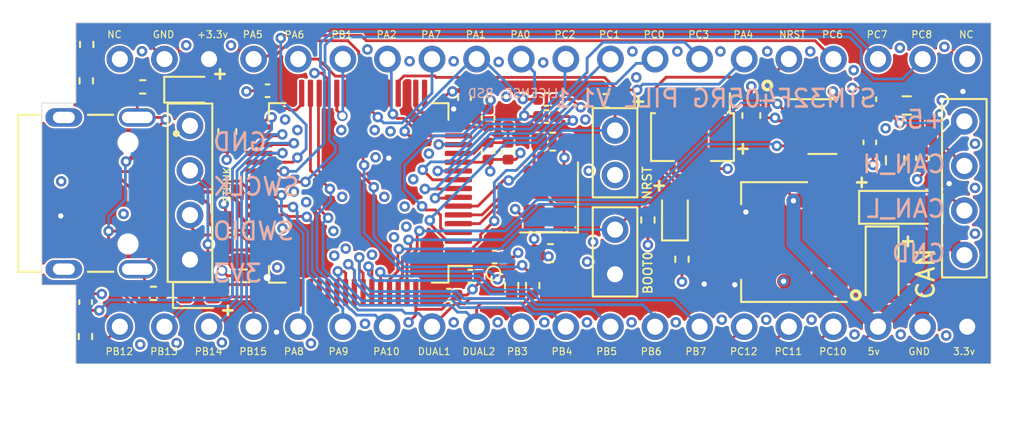
<source format=kicad_pcb>
(kicad_pcb (version 20211014) (generator pcbnew)
  (layers (0 "F.Cu" signal) (1 "In1.Cu" signal) (2 "In2.Cu" signal) (31 "B.Cu" signal) (34 "B.Paste" user) (35 "F.Paste" user) (36 "B.SilkS" user "B.Silkscreen") (37 "F.SilkS" user "F.Silkscreen") (38 "B.Mask" user) (39 "F.Mask" user) (44 "Edge.Cuts" user))
  (net 0 "")
  (net 1 "Net-(C3-Pad1)")
  (net 2 "GND")
  (net 3 "+3.3VA")
  (net 4 "+3V3")
  (net 5 "Net-(C6-Pad1)")
  (net 6 "Net-(C9-Pad1)")
  (net 7 "Net-(C11-Pad1)")
  (net 8 "Net-(C13-Pad1)")
  (net 9 "Net-(C14-Pad1)")
  (net 10 "SWCLK")
  (net 11 "SWDIO")
  (net 12 "Net-(JP1-Pad2)")
  (net 13 "PC4")
  (net 14 "PB12")
  (net 15 "PB13")
  (net 16 "PB14")
  (net 17 "PB15")
  (net 18 "PA8")
  (net 19 "PA9")
  (net 20 "PA10")
  (net 21 "PC13")
  (net 22 "PC14")
  (net 23 "PC15")
  (net 24 "PC0")
  (net 25 "PC1")
  (net 26 "PC2")
  (net 27 "PC3")
  (net 28 "PA0")
  (net 29 "PA1")
  (net 30 "PA2")
  (net 31 "PA3")
  (net 32 "PA4")
  (net 33 "PA5")
  (net 34 "PA6")
  (net 35 "PA7")
  (net 36 "PB0")
  (net 37 "PB1")
  (net 38 "PC5")
  (net 39 "+5V")
  (net 40 "PC6")
  (net 41 "PC7")
  (net 42 "PC8")
  (net 43 "PC9")
  (net 44 "PA15")
  (net 45 "PC10")
  (net 46 "PC11")
  (net 47 "PC12")
  (net 48 "PD2")
  (net 49 "PB3")
  (net 50 "PB4")
  (net 51 "PB5")
  (net 52 "PB6")
  (net 53 "PB7")
  (net 54 "PB8")
  (net 55 "PB9")
  (net 56 "Net-(D1-Pad1)")
  (net 57 "NRST")
  (net 58 "USB_D-")
  (net 59 "USB_D+")
  (net 60 "Net-(C15-Pad1)")
  (net 61 "Net-(D3-Pad1)")
  (net 62 "Net-(J4-PadA5)")
  (net 67 "Net-(J4-PadB5)")
  (net 68 "Net-(D2-Pad1)")
  (net 70 "DUAL1")
  (net 71 "DUAL2")
  (net 72 "VDO_I")
  (net 73 "_PB12")
  (footprint "Resistor_SMD:R_0402_1005Metric" (layer "F.Cu") (at 130.9 88.456 90)
    (fp_text reference "R9" hide)
    (fp_text value "20k")
  )
  (footprint "Capacitor_SMD:C_0603_1608Metric" (layer "F.Cu") (at 104.901 86.938 90)
    (fp_text reference "C11" hide)
    (fp_text value "2u2")
  )
  (footprint "Capacitor_SMD:C_0603_1608Metric" (layer "F.Cu") (at 105.007 81.187 -90)
    (fp_text reference "C9" hide)
    (fp_text value "2u2")
  )
  (footprint "Capacitor_SMD:C_0402_1005Metric" (layer "F.Cu") (at 106.01 89.4 180)
    (fp_text reference "C10" hide)
    (fp_text value "100n")
  )
  (footprint "Capacitor_SMD:C_0402_1005Metric" (layer "F.Cu") (at 107.3 78.86 180)
    (fp_text reference "C7" hide)
    (fp_text value "100n")
  )
  (footprint "Resistor_SMD:R_0402_1005Metric" (layer "F.Cu") (at 126.58 79.43)
    (fp_text reference "R2" hide)
    (fp_text value "10k")
  )
  (footprint "LED_SMD:LED_0603_1608Metric" (layer "F.Cu") (at 130.5 85.9 90)
    (fp_text reference "D3" hide)
    (fp_text value "RED")
  )
  (footprint "Package_TO_SOT_SMD:SOT-223-3_TabPin2" (layer "F.Cu") (at 136.182 87.4756 180)
    (fp_text reference "U3" hide)
    (fp_text value "LM1117-3.3")
  )
  (footprint "Capacitor_SMD:C_0402_1005Metric" (layer "F.Cu") (at 96.94 90.9 90)
    (fp_text reference "C21" hide)
    (fp_text value "10n")
  )
  (footprint "Connector:my_4_pin" (layer "F.Cu") (at 146.982 84.412 90)
    (fp_text reference "J1" hide)
    (fp_text value "Conn_01x04_Male")
  )
  (footprint "Crystal:Crystal_SMD_3225-4Pin_3.2x2.5mm" (layer "F.Cu") (at 123.33 84.933 90)
    (fp_text reference "Y1" hide)
    (fp_text value "Crystal_GND24")
  )
  (footprint "Connector:my_2_pin" (layer "F.Cu") (at 127.09 82.39 -90)
    (fp_text reference "JP2" hide)
    (fp_text value "Jumper_2_Open")
  )
  (footprint "Capacitor_SMD:C_0402_1005Metric" (layer "F.Cu") (at 119.86 80.41 90)
    (fp_text reference "C19" hide)
    (fp_text value "100n")
  )
  (footprint "Capacitor_SMD:C_0402_1005Metric" (layer "F.Cu") (at 118.514 79.283 90)
    (fp_text reference "C4" hide)
    (fp_text value "100n")
  )
  (footprint "Capacitor_SMD:C_0603_1608Metric" (layer "F.Cu") (at 123.541 81.758)
    (fp_text reference "C6" hide)
    (fp_text value "12p")
  )
  (footprint "Resistor_SMD:R_0402_1005Metric" (layer "F.Cu") (at 128.96 86.22 90)
    (fp_text reference "R1" hide)
    (fp_text value "10k")
  )
  (footprint "Capacitor_SMD:C_0402_1005Metric" (layer "F.Cu") (at 119.858 82.294 -90)
    (fp_text reference "C8" hide)
    (fp_text value "10n")
  )
  (footprint "Package_TO_SOT_SMD:SOT-89-3" (layer "F.Cu") (at 131.5 81.2 -90)
    (fp_text reference "U5" hide)
    (fp_text value "HT7550-1")
  )
  (footprint "Capacitor_SMD:C_0402_1005Metric" (layer "F.Cu") (at 120.23 88.33)
    (fp_text reference "C2" hide)
    (fp_text value "100n")
  )
  (footprint "Capacitor_Tantalum_SMD:CP_EIA-3216-18_Kemet-A" (layer "F.Cu") (at 143.3 85.5)
    (fp_text reference "C20" hide)
    (fp_text value "100n")
  )
  (footprint "TYPE-C-31-M-12:HRO_TYPE-C-31-M-12" (layer "F.Cu") (at 98.2 84.7 -90)
    (fp_text reference "J4" hide)
    (fp_text value "TYPE-C-31-M-12")
  )
  (footprint "Resistor_SMD:R_0603_1608Metric" (layer "F.Cu") (at 143.7 79.7 180)
    (fp_text reference "R3" hide)
    (fp_text value "60 ohm")
  )
  (footprint "Resistor_SMD:R_0402_1005Metric" (layer "F.Cu") (at 96.93 92.86 -90)
    (fp_text reference "R6" hide)
    (fp_text value "47R")
  )
  (footprint "Capacitor_SMD:C_0402_1005Metric" (layer "F.Cu") (at 121 82.3 -90)
    (fp_text reference "C5" hide)
    (fp_text value "1u")
  )
  (footprint "Resistor_SMD:R_0402_1005Metric" (layer "F.Cu") (at 96.975 78.3 90)
    (fp_text reference "R11" hide)
    (fp_text value "5.1k")
  )
  (footprint "Capacitor_SMD:C_0402_1005Metric" (layer "F.Cu") (at 117.63 90.5)
    (fp_text reference "C12" hide)
    (fp_text value "100n")
  )
  (footprint "LED_SMD:LED_0603_1608Metric" (layer "F.Cu") (at 102.9 78.8)
    (fp_text reference "D1" hide)
    (fp_text value "BLU")
  )
  (footprint "Package_QFP:LQFP-64_10x10mm_P0.5mm" (layer "F.Cu") (at 112.492 84.679 180)
    (fp_text reference "U1" hide)
    (fp_text value "STM32F405RGTx")
  )
  (footprint "Resistor_SMD:R_0603_1608Metric" (layer "F.Cu") (at 143.04 82.82 90)
    (fp_text reference "R4" hide)
    (fp_text value "60 ohm")
  )
  (footprint "Resistor_SMD:R_0402_1005Metric" (layer "F.Cu") (at 97 76.225 90)
    (fp_text reference "R10" hide)
    (fp_text value "5.1k")
  )
  (footprint "Capacitor_SMD:C_0402_1005Metric" (layer "F.Cu") (at 123.18 79.35)
    (fp_text reference "C18" hide)
    (fp_text value "100n")
  )
  (footprint "Capacitor_SMD:C_0402_1005Metric" (layer "F.Cu") (at 141.6 79.343 90)
    (fp_text reference "C14" hide)
    (fp_text value "100p")
  )
  (footprint "Capacitor_SMD:C_0603_1608Metric" (layer "F.Cu") (at 123.414 88.108 180)
    (fp_text reference "C3" hide)
    (fp_text value "12p")
  )
  (footprint "Connector:my_2_pin" (layer "F.Cu") (at 127.09 88.04 90)
    (fp_text reference "JP1" hide)
    (fp_text value "Jumper_2_Open")
  )
  (footprint "Inductor_SMD:L_0402_1005Metric" (layer "F.Cu") (at 121 80.4 -90)
    (fp_text reference "L1" hide)
    (fp_text value "39n")
  )
  (footprint "Capacitor_Tantalum_SMD:CP_EIA-3216-18_Kemet-A" (layer "F.Cu") (at 142.3 88.9 -90)
    (fp_text reference "C16" hide)
    (fp_text value "10u")
  )
  (footprint "CCC_ESC_Custom_parts:STM32F405_pill" (layer "F.Cu") (at 122.382 85.312)
    (fp_text reference "U4" hide)
    (fp_text value "STM32F405_pill")
  )
  (footprint "Resistor_SMD:R_0402_1005Metric" (layer "F.Cu") (at 121.2 89.95 90)
    (fp_text reference "R8" hide)
    (fp_text value "1k")
  )
  (footprint "Resistor_SMD:R_0402_1005Metric" (layer "F.Cu") (at 122.4 89.95 90)
    (fp_text reference "R12" hide)
    (fp_text value "1k")
  )
  (footprint "Connector:my_4_pin" (layer "F.Cu") (at 102.882 84.67 -90)
    (fp_text reference "J2" hide)
    (fp_text value "Conn_01x04_Male")
  )
  (footprint "Capacitor_SMD:C_0402_1005Metric" (layer "F.Cu") (at 123.19 80.33)
    (fp_text reference "C17" hide)
    (fp_text value "100n")
  )
  (footprint "Capacitor_SMD:C_0402_1005Metric" (layer "F.Cu") (at 118.85 89.42)
    (fp_text reference "C1" hide)
    (fp_text value "4u7")
  )
  (footprint "Capacitor_SMD:C_0603_1608Metric" (layer "F.Cu") (at 134.85 80.275 90)
    (fp_text reference "C22" hide)
    (fp_text value "10u")
  )
  (footprint "Resistor_SMD:R_0402_1005Metric" (layer "F.Cu") (at 100.19 78.64)
    (fp_text reference "R7" hide)
    (fp_text value "20k")
  )
  (footprint "Capacitor_SMD:C_0402_1005Metric" (layer "F.Cu") (at 144.6 82.702 -90)
    (fp_text reference "C13" hide)
    (fp_text value "4.7n")
  )
  (footprint "LED_SMD:LED_0603_1608Metric" (layer "F.Cu") (at 103.4 90.5)
    (fp_text reference "D2" hide)
    (fp_text value "GRN")
  )
  (footprint "Capacitor_SMD:C_0402_1005Metric" (layer "F.Cu") (at 141.6 81.8 -90)
    (fp_text reference "C15" hide)
    (fp_text value "100p")
  )
  (footprint "Package_TO_SOT_SMD:SOT-23-8" (layer "F.Cu") (at 138.9 80.9)
    (fp_text reference "U2" hide)
    (fp_text value " TJA1050T/CM,118")
  )
  (footprint "Resistor_SMD:R_0402_1005Metric" (layer "F.Cu") (at 100.8 90.4)
    (fp_text reference "R5" hide)
    (fp_text value "20k")
  )
  (gr_circle (center 135.76 78.56) (end 136.000832 78.56) (layer "F.SilkS") (width 0.2) (fill none))
  (gr_circle (center 140.8 90.5) (end 141.040832 90.5) (layer "F.SilkS") (width 0.2) (fill none))
  (gr_circle (center 120.16 89.25) (end 120.56 89.25) (layer "F.SilkS") (width 0.1) (fill none))
  (gr_line (start 148.5 94.407903) (end 148.5 74.988289) (layer "Edge.Cuts") (width 0.04))
  (gr_line (start 96.379936 74.988289) (end 96.379936 79.560946) (layer "Edge.Cuts") (width 0.04))
  (gr_line (start 94.440783 79.560946) (end 94.440783 89.92313) (layer "Edge.Cuts") (width 0.04))
  (gr_line (start 94.440783 89.92313) (end 96.379936 89.92313) (layer "Edge.Cuts") (width 0.04))
  (gr_line (start 96.379936 79.560946) (end 94.440783 79.560946) (layer "Edge.Cuts") (width 0.04))
  (gr_line (start 96.379936 89.92313) (end 96.379936 94.407903) (layer "Edge.Cuts") (width 0.04))
  (gr_line (start 148.5 74.988289) (end 96.379936 74.988289) (layer "Edge.Cuts") (width 0.04))
  (gr_line (start 96.379936 94.407903) (end 148.5 94.407903) (layer "Edge.Cuts") (width 0.04))
  (gr_text "STM32F405RG PILL V1.1" (at 132.8 79.3) (layer "B.SilkS") (effects (font (size 1 1)) (justify mirror)))
  (gr_text "SWDIO\n" (at 104.1 86.86) (layer "B.SilkS") (effects (font (size 1 1)) (justify right mirror)))
  (gr_text "3V3" (at 104.1 89.26) (layer "B.SilkS") (effects (font (size 1 1)) (justify right mirror)))
  (gr_text "SWCLK" (at 104.1 84.32) (layer "B.SilkS") (effects (font (size 1 1)) (justify right mirror)))
  (gr_text "GND" (at 146 88.12) (layer "B.SilkS") (effects (font (size 1 1)) (justify left mirror)))
  (gr_text "+5v" (at 146 80.5) (layer "B.SilkS") (effects (font (size 1 1)) (justify left mirror)))
  (gr_text "CAN_L" (at 146 85.58) (layer "B.SilkS") (effects (font (size 1 1)) (justify left mirror)))
  (gr_text "GND" (at 104.1 81.78) (layer "B.SilkS") (effects (font (size 1 1)) (justify right mirror)))
  (gr_text "LICENSE: BSD" (at 121.28 79.01) (layer "B.SilkS") (effects (font (size 0.5 0.5) (thickness 0.08)) (justify mirror)))
  (gr_text "CAN_H" (at 146 83.04) (layer "B.SilkS") (effects (font (size 1 1)) (justify left mirror)))
  (gr_text "PB6" (at 128.52 93.71) (layer "F.SilkS") (effects (font (size 0.4 0.4) (thickness 0.06)) (justify left)))
  (gr_text "DUAL2\n" (at 118.36 93.71) (layer "F.SilkS") (effects (font (size 0.4 0.4) (thickness 0.06)) (justify left)))
  (gr_text "PA10" (at 113.28 93.71) (layer "F.SilkS") (effects (font (size 0.4 0.4) (thickness 0.06)) (justify left)))
  (gr_text "3.3v" (at 146.3 93.71) (layer "F.SilkS") (effects (font (size 0.4 0.4) (thickness 0.06)) (justify left)))
  (gr_text "PB14" (at 103.12 93.71) (layer "F.SilkS") (effects (font (size 0.4 0.4) (thickness 0.06)) (justify left)))
  (gr_text "+" (at 128.42 79.43) (layer "F.SilkS") (effects (font (size 0.7 0.7))))
  (gr_text "PA2" (at 114.076 75.66) (layer "F.SilkS") (effects (font (size 0.4 0.4) (thickness 0.06))))
  (gr_text "+" (at 129.6 84.22) (layer "F.SilkS") (effects (font (size 0.7 0.7))))
  (gr_text "NRST" (at 137.19 75.66) (layer "F.SilkS") (effects (font (size 0.4 0.4) (thickness 0.06))))
  (gr_text "+3.3v\n" (at 104.17 75.66) (layer "F.SilkS") (effects (font (size 0.4 0.4) (thickness 0.06))))
  (gr_text "PB12\n" (at 98.04 93.71) (layer "F.SilkS") (effects (font (size 0.4 0.4) (thickness 0.06)) (justify left)))
  (gr_text "+" (at 134.37 82.12) (layer "F.SilkS") (effects (font (size 0.7 0.7))))
  (gr_text "CAN" (at 144.78 89.29 90) (layer "F.SilkS") (effects (font (size 1 1))))
  (gr_text "NRST" (at 128.92 84.11 90) (layer "F.SilkS") (effects (font (size 0.5 0.5) (thickness 0.09))))
  (gr_text "BOOT0\n" (at 128.96 89.23 90) (layer "F.SilkS") (effects (font (size 0.5 0.5) (thickness 0.09))))
  (gr_text "PB3\n" (at 120.9 93.71) (layer "F.SilkS") (effects (font (size 0.4 0.4) (thickness 0.06)) (justify left)))
  (gr_text "GND\n" (at 101.376 75.66) (layer "F.SilkS") (effects (font (size 0.4 0.4) (thickness 0.06))))
  (gr_text "PC0" (at 129.316 75.66) (layer "F.SilkS") (effects (font (size 0.4 0.4) (thickness 0.06))))
  (gr_text "5v" (at 141.442 93.71) (layer "F.SilkS") (effects (font (size 0.4 0.4) (thickness 0.06)) (justify left)))
  (gr_text "PC11" (at 136.14 93.71) (layer "F.SilkS") (effects (font (size 0.4 0.4) (thickness 0.06)) (justify left)))
  (gr_text "PC10" (at 138.68 93.71) (layer "F.SilkS") (effects (font (size 0.4 0.4) (thickness 0.06)) (justify left)))
  (gr_text "PB4\n" (at 123.44 93.71) (layer "F.SilkS") (effects (font (size 0.4 0.4) (thickness 0.06)) (justify left)))
  (gr_text "PB13\n" (at 100.58 93.71) (layer "F.SilkS") (effects (font (size 0.4 0.4) (thickness 0.06)) (justify left)))
  (gr_text "PC7" (at 142.016 75.66) (layer "F.SilkS") (effects (font (size 0.4 0.4) (thickness 0.06))))
  (gr_text "PA0" (at 121.696 75.66) (layer "F.SilkS") (effects (font (size 0.4 0.4) (thickness 0.06))))
  (gr_text "+" (at 104.59 77.86) (layer "F.SilkS") (effects (font (size 0.7 0.7))))
  (gr_text "PB7" (at 131.06 93.71) (layer "F.SilkS") (effects (font (size 0.4 0.4) (thickness 0.06)) (justify left)))
  (gr_text "PC12" (at 133.6 93.71) (layer "F.SilkS") (effects (font (size 0.4 0.4) (thickness 0.06)) (justify left)))
  (gr_text "+" (at 143.77 87.39) (layer "F.SilkS") (effects (font (size 0.7 0.7))))
  (gr_text "PB1" (at 111.536 75.66) (layer "F.SilkS") (effects (font (size 0.4 0.4) (thickness 0.06))))
  (gr_text "PA6" (at 108.83 75.668) (layer "F.SilkS") (effects (font (size 0.4 0.4) (thickness 0.06))))
  (gr_text "PC2" (at 124.236 75.66) (layer "F.SilkS") (effects (font (size 0.4 0.4) (thickness 0.06))))
  (gr_text "PA4\n" (at 134.396 75.66) (layer "F.SilkS") (effects (font (size 0.4 0.4) (thickness 0.06))))
  (gr_text "PA7" (at 116.616 75.66) (layer "F.SilkS") (effects (font (size 0.4 0.4) (thickness 0.06))))
  (gr_text "GND" (at 143.76 93.71) (layer "F.SilkS") (effects (font (size 0.4 0.4) (thickness 0.06)) (justify left)))
  (gr_text "PA9" (at 110.74 93.71) (layer "F.SilkS") (effects (font (size 0.4 0.4) (thickness 0.06)) (justify left)))
  (gr_text "PA5" (at 106.456 75.66) (layer "F.SilkS") (effects (font (size 0.4 0.4) (thickness 0.06))))
  (gr_text "PB5" (at 125.98 93.71) (layer "F.SilkS") (effects (font (size 0.4 0.4) (thickness 0.06)) (justify left)))
  (gr_text "PA1" (at 119.156 75.66) (layer "F.SilkS") (effects (font (size 0.4 0.4) (thickness 0.06))))
  (gr_text "STLINK\n" (at 105 84.22 90) (layer "F.SilkS") (effects (font (size 0.4 0.4) (thickness 0.07))))
  (gr_text "NC" (at 147.096 75.66) (layer "F.SilkS") (effects (font (size 0.4 0.4) (thickness 0.06))))
  (gr_text "+" (at 141.14 84.03) (layer "F.SilkS") (effects (font (size 0.7 0.7))))
  (gr_text "PC6" (at 139.476 75.66) (layer "F.SilkS") (effects (font (size 0.4 0.4) (thickness 0.06))))
  (gr_text "PC8\n" (at 144.556 75.66) (layer "F.SilkS") (effects (font (size 0.4 0.4) (thickness 0.06))))
  (gr_text "PC1" (at 126.776 75.66) (layer "F.SilkS") (effects (font (size 0.4 0.4) (thickness 0.06))))
  (gr_text "DUAL1\n" (at 115.82 93.71) (layer "F.SilkS") (effects (font (size 0.4 0.4) (thickness 0.06)) (justify left)))
  (gr_text "PB15" (at 105.66 93.71) (layer "F.SilkS") (effects (font (size 0.4 0.4) (thickness 0.06)) (justify left)))
  (gr_text "NC" (at 98.582 75.66) (layer "F.SilkS") (effects (font (size 0.4 0.4) (thickness 0.06))))
  (gr_text "PA8" (at 108.2 93.71) (layer "F.SilkS") (effects (font (size 0.4 0.4) (thickness 0.06)) (justify left)))
  (gr_text "PC3" (at 131.856 75.66) (layer "F.SilkS") (effects (font (size 0.4 0.4) (thickness 0.06))))
  (gr_text "+" (at 105.04 91.32) (layer "F.SilkS") (effects (font (size 0.7 0.7))))
  (segment (start 124.18 85.933) (end 123.18 84.933) (width 0.16) (layer "F.Cu") (net 1))
  (segment (start 120.875396 84.933) (end 119.379396 86.429) (width 0.16) (layer "F.Cu") (net 1))
  (segment (start 119.379396 86.429) (end 118.167 86.429) (width 0.16) (layer "F.Cu") (net 1))
  (segment (start 124.18 88.099) (end 124.189 88.108) (width 0.16) (layer "F.Cu") (net 1))
  (segment (start 123.18 84.933) (end 120.875396 84.933) (width 0.16) (layer "F.Cu") (net 1))
  (segment (start 124.18 86.033) (end 124.18 88.099) (width 0.16) (layer "F.Cu") (net 1))
  (segment (start 124.18 86.033) (end 124.18 85.933) (width 0.16) (layer "F.Cu") (net 1))
  (segment (start 137.7625 80.575) (end 136.375 80.575) (width 0.16) (layer "F.Cu") (net 2))
  (segment (start 105.01 89.4) (end 104.71 89.1) (width 0.16) (layer "F.Cu") (net 2))
  (segment (start 97.84 90.42) (end 97.86 90.44) (width 0.16) (layer "F.Cu") (net 2))
  (segment (start 100.795 81.205) (end 101.5 80.5) (width 0.16) (layer "F.Cu") (net 2))
  (segment (start 110.742 79.004) (end 110.742 78.211) (width 0.16) (layer "F.Cu") (net 2))
  (segment (start 140.0375 79.4375) (end 139.5 78.9) (width 0.16) (layer "F.Cu") (net 2))
  (segment (start 99.88 80.38) (end 101.38 80.38) (width 0.16) (layer "F.Cu") (net 2))
  (segment (start 120.994 82.774) (end 121 82.78) (width 0.16) (layer "F.Cu") (net 2))
  (segment (start 119.858 82.774) (end 120.994 82.774) (width 0.16) (layer "F.Cu") (net 2))
  (segment (start 122.48 86.033) (end 122.48 87.949) (width 0.16) (layer "F.Cu") (net 2))
  (segment (start 122.48 86.033) (end 121.833 86.033) (width 0.16) (layer "F.Cu") (net 2))
  (segment (start 124.18 82.021) (end 124.443 81.758) (width 0.16) (layer "F.Cu") (net 2))
  (segment (start 100.29 90.4) (end 100.29 89.43) (width 0.16) (layer "F.Cu") (net 2))
  (segment (start 100.29 89.43) (end 99.88 89.02) (width 0.16) (layer "F.Cu") (net 2))
  (segment (start 97.24 75.45) (end 96.975 75.715) (width 0.16) (layer "F.Cu") (net 2))
  (segment (start 141.437 78.7) (end 141.6 78.863) (width 0.16) (layer "F.Cu") (net 2))
  (segment (start 119.98 82.896) (end 119.858 82.774) (width 0.16) (layer "F.Cu") (net 2))
  (segment (start 119.33 89.824152) (end 118.94 90.214152) (width 0.16) (layer "F.Cu") (net 2))
  (segment (start 131.5 79.6375) (end 131.5 82.1) (width 0.16) (layer "F.Cu") (net 2))
  (segment (start 115.809 91.309) (end 117.221 91.309) (width 0.16) (layer "F.Cu") (net 2))
  (segment (start 144.65 85.89) (end 144.65 85.5) (width 0.8) (layer "F.Cu") (net 2))
  (segment (start 144.6 83.6) (end 144.3 83.9) (width 0.16) (layer "F.Cu") (net 2))
  (segment (start 110.742 78.211) (end 110.38656 77.85556) (width 0.16) (layer "F.Cu") (net 2))
  (segment (start 104.901 86.163) (end 104.901 85.401) (width 0.16) (layer "F.Cu") (net 2))
  (segment (start 144.579 91.221) (end 144.579 91.079) (width 0.8) (layer "F.Cu") (net 2))
  (segment (start 96.5 77.5) (end 96.79 77.79) (width 0.16) (layer "F.Cu") (net 2))
  (segment (start 115.742 90.354) (end 115.742 91.638) (width 0.16) (layer "F.Cu") (net 2))
  (segment (start 131.5 82.46) (end 131.79 82.75) (width 0.16) (layer "F.Cu") (net 2))
  (segment (start 124.18 83.833) (end 124.18 82.021) (width 0.16) (layer "F.Cu") (net 2))
  (segment (start 105.53 89.4) (end 105.01 89.4) (width 0.16) (layer "F.Cu") (net 2))
  (segment (start 131.5 79.6375) (end 131.5 80.81) (width 0.16) (layer "F.Cu") (net 2))
  (segment (start 141.782 82.462) (end 141.6 82.28) (width 0.16) (layer "F.Cu") (net 2))
  (segment (start 138.873 89.7756) (end 136.782 89.7756) (width 0.8) (layer "F.Cu") (net 2))
  (segment (start 140.6 78.7) (end 141.437 78.7) (width 0.16) (layer "F.Cu") (net 2))
  (segment (start 132.7 83.3) (end 133.5 83.3) (width 0.16) (layer "F.Cu") (net 2))
  (segment (start 100.795 81.45) (end 100.795 81.205) (width 0.16) (layer "F.Cu") (net 2))
  (segment (start 128.96 86.73) (end 128.96 87.64) (width 0.16) (layer "F.Cu") (net 2))
  (segment (start 131.9 82.5) (end 132.7 83.3) (width 0.16) (layer "F.Cu") (net 2))
  (segment (start 115.742 91.638) (end 115.33 92.05) (width 0.16) (layer "F.Cu") (net 2))
  (segment (start 144.6 83.182) (end 144.6 83.6) (width 0.16) (layer "F.Cu") (net 2))
  (segment (start 118.11 90.5) (end 118.654152 90.5) (width 0.16) (layer "F.Cu") (net 2))
  (segment (start 130.9 88.966) (end 130.9 89.74) (width 0.16) (layer "F.Cu") (net 2))
  (segment (start 132.01 81.32) (end 132.08 81.39) (width 0.16) (layer "F.Cu") (net 2))
  (segment (start 131.5 80.81) (end 132.01 81.32) (width 0.16) (layer "F.Cu") (net 2))
  (segment (start 116.001315 80.104) (end 116.489253 80.104) (width 0.16) (layer "F.Cu") (net 2))
  (segment (start 119.98 83.45) (end 119.98 82.896) (width 0.16) (layer "F.Cu") (net 2))
  (segment (start 104.901 85.401) (end 104.8 85.3) (width 0.16) (layer "F.Cu") (net 2))
  (segment (start 118.03 90.5) (end 118.11 90.5) (width 0.16) (layer "F.Cu") (net 2))
  (segment (start 134.85 79.5) (end 134.85 78.605) (width 0.16) (layer "F.Cu") (net 2))
  (segment (start 118.06 90.47) (end 118.13 90.47) (width 0.16) (layer "F.Cu") (net 2))
  (segment (start 115.742 90.354) (end 115.742 91.242) (width 0.16) (layer "F.Cu") (net 2))
  (segment (start 144.579 91.079) (end 143.8375 90.3375) (width 0.8) (layer "F.Cu") (net 2))
  (segment (start 100.877 88.117) (end 99.962 89.032) (width 0.16) (layer "F.Cu") (net 2))
  (segment (start 141.782 83.087) (end 141.782 82.462) (width 0.16) (layer "F.Cu") (net 2))
  (segment (start 124.316 81.758) (end 124.316 82.026) (width 0.16) (layer "F.Cu") (net 2))
  (segment (start 99.68 78.64) (end 99.88 78.84) (width 0.16) (layer "F.Cu") (net 2))
  (segment (start 101.427 77.057) (end 99.82 75.45) (width 0.16) (layer "F.Cu") (net 2))
  (segment (start 110.38656 77.85556) (end 109.972088 77.85556) (width 0.16) (layer "F.Cu") (net 2))
  (segment (start 115.742 79.004) (end 115.742 79.844685) (width 0.16) (layer "F.Cu") (net 2))
  (segment (start 96.5 76.215) (end 96.5 77.5) (width 0.16) (layer "F.Cu") (net 2))
  (segment (start 116.489253 80.104) (end 117.790253 78.803) (width 0.16) (layer "F.Cu") (net 2))
  (segment (start 136.375 80.575) (end 136.2 80.4) (width 0.16) (layer "F.Cu") (net 2))
  (segment (start 118.654152 90.5) (end 118.94 90.214152) (width 0.16) (layer "F.Cu") (net 2))
  (segment (start 122.48 87.949) (end 122.639 88.108) (width 0.16) (layer "F.Cu") (net 2))
  (segment (start 121.833 86.033) (end 121.4 85.6) (width 0.16) (layer "F.Cu") (net 2))
  (segment (start 99.88 78.84) (end 99.88 80.38) (width 0.16) (layer "F.Cu") (net 2))
  (segment (start 101.38 80.38) (end 101.5 80.5) (width 0.16) (layer "F.Cu") (net 2))
  (segment (start 96.94 90.42) (end 97.84 90.42) (width 0.16) (layer "F.Cu") (net 2))
  (segment (start 131.5 79.6375) (end 131.5 82.46) (width 0.16) (layer "F.Cu") (net 2))
  (segment (start 105.007 82.753) (end 104.97 82.79) (width 0.16) (layer "F.Cu") (net 2))
  (segment (start 96.79 77.79) (end 96.975 77.79) (width 0.16) (layer "F.Cu") (net 2))
  (segment (start 117.831068 78.9) (end 118.417 78.9) (width 0.16) (layer "F.Cu") (net 2))
  (segment (start 121.33 88.33) (end 121.57 88.09) (width 0.16) (layer "F.Cu") (net 2))
  (segment (start 106.82 78.86) (end 106.14 78.86) (width 0.16) (layer "F.Cu") (net 2))
  (segment (start 120.71 88.33) (end 121.33 88.33) (width 0.16) (layer "F.Cu") (net 2))
  (segment (start 121 82.78) (end 121.42 82.78) (width 0.16) (layer "F.Cu") (net 2))
  (segment (start 146.982 88.222) (end 144.65 85.89) (width 0.8) (layer "F.Cu") (net 2))
  (segment (start 121.7 82.5) (end 121.7 82.4) (width 0.16) (layer "F.Cu") (net 2))
  (segment (start 117.790253 78.803) (end 118.514 78.803) (width 0.16) (layer "F.Cu") (net 2))
  (segment (start 105.007 81.962) (end 105.007 82.753) (width 0.16) (layer "F.Cu") (net 2))
  (segment (start 131.79 82.75) (end 131.81 82.77) (width 0.16) (layer "F.Cu") (net 2))
  (segment (start 136.2 80.4) (end 135.75 80.4) (width 0.16) (layer "F.Cu") (net 2))
  (segment (start 118.417 78.9) (end 118.514 78.803) (width 0.16) (layer "F.Cu") (net 2))
  (segment (start 99.82 75.45) (end 97.24 75.45) (width 0.16) (layer "F.Cu") (net 2))
  (segment (start 115.742 79.844685) (end 116.001315 80.104) (width 0.16) (layer "F.Cu") (net 2))
  (segment (start 119.33 89.42) (end 119.33 89.824152) (width 0.16) (layer "F.Cu") (net 2))
  (segment (start 140.0375 79.925) (end 140.0375 79.4375) (width 0.16) (layer "F.Cu") (net 2))
  (segment (start 144.579 92.333) (end 144.579 91.221) (width 0.8) (layer "F.Cu") (net 2))
  (segment (start 135.75 80.4) (end 134.85 79.5) (width 0.16) (layer "F.Cu") (net 2))
  (segment (start 119.703 82.929) (end 118.167 82.929) (width 0.16) (layer "F.Cu") (net 2))
  (segment (start 122.48 87.3) (end 122.48 87.949) (width 0.16) (layer "F.Cu") (net 2))
  (segment (start 117.221 91.309) (end 118.03 90.5) (width 0.16) (layer "F.Cu") (net 2))
  (segment (start 136.782 89.7756) (end 136.7184 89.712) (width 0.8) (layer "F.Cu") (net 2))
  (segment (start 106.14 78.86) (end 106.1 78.9) (width 0.16) (layer "F.Cu") (net 2))
  (segment (start 131.5 82.1) (end 131.9 82.5) (width 0.16) (layer "F.Cu") (net 2))
  (segment (start 121.42 82.78) (end 121.7 82.5) (width 0.16) (layer "F.Cu") (net 2))
  (segment (start 115.742 91.242) (end 115.809 91.309) (width 0.16) (layer "F.Cu") (net 2))
  (segment (start 97 75.715) (end 96.5 76.215) (width 0.16) (layer "F.Cu") (net 2))
  (segment (start 119.858 82.774) (end 119.703 82.929) (width 0.16) (layer "F.Cu") (net 2))
  (segment (start 143.8375 90.3375) (end 142.4 90.3375) (width 0.8) (layer "F.Cu") (net 2))
  (via (at 111.1 88.25) (size 0.6) (drill 0.3) (layers "F.Cu" "B.Cu") (net 2))
  (via (at 128.96 87.64) (size 0.6) (drill 0.3) (layers "F.Cu" "B.Cu") (net 2))
  (via (at 116.48717 82.441708) (size 0.6) (drill 0.3) (layers "F.Cu" "B.Cu") (net 2))
  (via (at 118.97 90.17) (size 0.6) (drill 0.3) (layers "F.Cu" "B.Cu") (net 2))
  (via (at 145.85 76.36) (size 0.6) (drill 0.3) (layers "F.Cu" "B.Cu") (net 2))
  (via (at 99.1 85.875) (size 0.6) (drill 0.3) (layers "F.Cu" "B.Cu") (net 2))
  (via (at 113.4 81.1) (size 0.6) (drill 0.3) (layers "F.Cu" "B.Cu") (net 2))
  (via (at 140.68 77.69) (size 0.6) (drill 0.3) (layers "F.Cu" "B.Cu") (net 2))
  (via (at 140.6 78.7) (size 0.6) (drill 0.3) (layers "F.Cu" "B.Cu") (net 2))
  (via (at 138.21 76.62) (size 0.6) (drill 0.3) (layers "F.Cu" "B.Cu") (net 2))
  (via (at 115.39 77.18) (size 0.6) (drill 0.3) (layers "F.Cu" "B.Cu") (net 2))
  (via (at 144.3 83.9) (size 0.6) (drill 0.3) (layers "F.Cu" "B.Cu") (net 2))
  (via (at 115.33 92.05) (size 0.6) (drill 0.3) (layers "F.Cu" "B.Cu") (net 2))
  (via (at 128.03 92.05) (size 0.6) (drill 0.3) (layers "F.Cu" "B.Cu") (net 2))
  (via (at 133.17 91.9) (size 0.6) (drill 0.3) (layers "F.Cu" "B.Cu") (net 2))
  (via (at 136.2 80.4) (size 0.6) (drill 0.3) (layers "F.Cu" "B.Cu") (net 2))
  (via (at 123.065943 92.05) (size 0.6) (drill 0.3) (layers "F.Cu" "B.Cu") (net 2))
  (via (at 121.7 82.4) (size 0.6) (drill 0.3) (layers "F.Cu" "B.Cu") (net 2))
  (via (at 105.22 76.28) (size 0.6) (drill 0.3) (layers "F.Cu" "B.Cu") (net 2))
  (via (at 119.98 83.45) (size 0.6) (drill 0.3) (layers "F.Cu" "B.Cu") (net 2))
  (via (at 125.49 92.05) (size 0.6) (drill 0.3) (layers "F.Cu" "B.Cu") (net 2))
  (via (at 141.782 83.087) (size 0.6) (drill 0.3) (layers "F.Cu" "B.Cu") (net 2))
  (via (at 125.5 88.6) (size 0.6) (drill 0.3) (layers "F.Cu" "B.Cu") (net 2))
  (via (at 145.7 79.4) (size 0.6) (drill 0.3) (layers "F.Cu" "B.Cu") (net 2))
  (via (at 145.95 92.8) (size 0.6) (drill 0.3) (layers "F.Cu" "B.Cu") (net 2))
  (via (at 120.9 79.2) (size 0.6) (drill 0.3) (layers "F.Cu" "B.Cu") (net 2))
  (via (at 142.5 81) (size 0.6) (drill 0.3) (layers "F.Cu" "B.Cu") (net 2))
  (via (at 114.5 87.2) (size 0.6) (drill 0.3) (layers "F.Cu" "B.Cu") (net 2))
  (via (at 112.85 92.13) (size 0.6) (drill 0.3) (layers "F.Cu" "B.Cu") (net 2))
  (via (at 121.4 85.6) (size 0.6) (drill 0.3) (layers "F.Cu" "B.Cu") (net 2))
  (via (at 135.7 91.9) (size 0.6) (drill 0.3) (layers "F.Cu" "B.Cu") (net 2))
  (via (at 128.3 78.1) (size 0.6) (drill 0.3) (layers "F.Cu" "B.Cu") (net 2))
  (via (at 109 81.1) (size 0.6) (drill 0.3) (layers "F.Cu" "B.Cu") (net 2))
  (via (at 115.6 83.9) (size 0.6) (drill 0.3) (layers "F.Cu" "B.Cu") (net 2))
  (via (at 111.55 84.9) (size 0.6) (drill 0.3) (layers "F.Cu" "B.Cu") (net 2))
  (via (at 115.2 86.6) (size 0.6) (drill 0.3) (layers "F.Cu" "B.Cu") (net 2))
  (via (at 122.48 87.3) (size 0.6) (drill 0.3) (layers "F.Cu" "B.Cu") (net 2))
  (via (at 113.45 82.65) (size 0.6) (drill 0.3) (layers "F.Cu" "B.Cu") (net 2))
  (via (at 136.682 89.712) (size 0.6) (drill 0.3) (layers "F.Cu" "B.Cu") (net 2))
  (via (at 128.08 76.62) (size 0.6) (drill 0.3) (layers "F.Cu" "B.Cu") (net 2))
  (via (at 109.5 85.2) (size 0.6) (drill 0.3) (layers "F.Cu" "B.Cu") (net 2))
  (via (at 111.05 86.85) (size 0.6) (drill 0.3) (layers "F.Cu" "B.Cu") (net 2))
  (via (at 133.09 76.62) (size 0.6) (drill 0.3) (layers "F.Cu" "B.Cu") (net 2))
  (via (at 109.7719 93.250016) (size 0.6) (drill 0.3) (layers "F.Cu" "B.Cu") (net 2))
  (via (at 104.97 82.79) (size 0.6) (drill 0.3) (layers "F.Cu" "B.Cu") (net 2))
  (via (at 143.31 76.42) (size 0.6) (drill 0.3) (layers "F.Cu" "B.Cu") (net 2))
  (via (at 112.99 76.51) (size 0.6) (drill 0.3) (layers "F.Cu" "B.Cu") (net 2))
  (via (at 108.3 80.5) (size 0.6) (drill 0.3) (layers "F.Cu" "B.Cu") (net 2))
  (via (at 117.9 92.05) (size 0.6) (drill 0.3) (layers "F.Cu" "B.Cu") (net 2))
  (via (at 117.9 77.18) (size 0.6) (drill 0.3) (layers "F.Cu" "B.Cu") (net 2))
  (via (at 102.121093 93.228301) (size 0.6) (drill 0.3) (layers "F.Cu" "B.Cu") (net 2))
  (via (at 125.84 87.47) (size 0.6) (drill 0.3) (layers "F.Cu" "B.Cu") (net 2))
  (via (at 113.25 88.2) (size 0.6) (drill 0.3) (layers "F.Cu" "B.Cu") (net 2))
  (via (at 147.59 81.88) (size 0.6) (drill 0.3) (layers "F.Cu" "B.Cu") (net 2))
  (via (at 114.3 81.169155) (size 0.6) (drill 0.3) (layers "F.Cu" "B.Cu") (net 2))
  (via (at 117.831068 78.9) (size 0.6) (drill 0.3) (layers "F.Cu" "B.Cu") (net 2))
  (via (at 147.59 84.39) (size 0.6) (drill 0.3) (layers "F.Cu" "B.Cu") (net 2))
  (via (at 123 77.25) (size 0.6) (drill 0.3) (layers "F.Cu" "B.Cu") (net 2))
  (via (at 111.5 81.1) (size 0.6) (drill 0.3) (layers "F.Cu" "B.Cu") (net 2))
  (via (at 124.21 82.67) (size 0.6) (drill 0.3) (layers "F.Cu" "B.Cu") (net 2))
  (via (at 133.5 83.3) (size 0.6) (drill 0.3) (layers "F.Cu" "B.Cu") (net 2))
  (via (at 104.7 93.2) (size 0.6) (drill 0.3) (layers "F.Cu" "B.Cu") (net 2))
  (via (at 134.85 78.605) (size 0.6) (drill 0.3) (layers "F.Cu" "B.Cu") (net 2))
  (via (at 115.11 85.45) (size 0.6) (drill 0.3) (layers "F.Cu" "B.Cu") (net 2))
  (via (at 120.46 77.22) (size 0.6) (drill 0.3) (layers "F.Cu" "B.Cu") (net 2))
  (via (at 140.73 92.74) (size 0.6) (drill 0.3) (layers "F.Cu" "B.Cu") (net 2))
  (via (at 130.9 89.74) (size 0.6) (drill 0.3) (layers "F.Cu" "B.Cu") (net 2))
  (via (at 100.05 93.31) (size 0.6) (drill 0.3) (layers "F.Cu" "B.Cu") (net 2))
  (via (at 121.57 88.09) (size 0.6) (drill 0.3) (layers "F.Cu" "B.Cu") (net 2))
  (via (at 113.95 84.9) (size 0.6) (drill 0.3) (layers "F.Cu" "B.Cu") (net 2))
  (via (at 109.972088 77.85556) (size 0.6) (drill 0.3) (layers "F.Cu" "B.Cu") (net 2))
  (via (at 120.41 92.05) (size 0.6) (drill 0.3) (layers "F.Cu" "B.Cu") (net 2))
  (via (at 101.5 80.5) (size 0.6) (drill 0.3) (layers "F.Cu" "B.Cu") (net 2))
  (via (at 95.55 84.02) (size 0.6) (drill 0.3) (layers "F.Cu" "B.Cu") (net 2))
  (via (at 100.15 76.61) (size 0.6) (drill 0.3) (layers "F.Cu" "B.Cu") (net 2))
  (via (at 104.71 89.1) (size 0.6) (drill 0.4) (layers "F.Cu" "B.Cu") (net 2))
  (via (at 102.67 76.27) (size 0.6) (drill 0.3) (layers "F.Cu" "B.Cu") (net 2))
  (via (at 125.4 80.5) (size 0.6) (drill 0.3) (layers "F.Cu" "B.Cu") (net 2))
  (via (at 123.3 88.3) (size 0.6) (drill 0.3) (layers "F.Cu" "B.Cu") (net 2))
  (via (at 106.1 78.9) (size 0.6) (drill 0.3) (layers "F.Cu" "B.Cu") (net 2))
  (via (at 108.15 86.7) (size 0.6) (drill 0.3) (layers "F.Cu" "B.Cu") (net 2))
  (via (at 147.59 87) (size 0.6) (drill 0.3) (layers "F.Cu" "B.Cu") (net 2))
  (via (at 107.85 88.925) (size 0.6) (drill 0.3) (layers "F.Cu" "B.Cu") (net 2))
  (via (at 111.75 87.85) (size 0.6) (drill 0.3) (layers "F.Cu" "B.Cu") (net 2))
  (via (at 135.76 76.62) (size 0.6) (drill 0.3) (layers "F.Cu" "B.Cu") (net 2))
  (via (at 130.64 76.62) (size 0.6) (drill 0.3) (layers "F.Cu" "B.Cu") (net 2))
  (via (at 143.36 92.74) (size 0.6) (drill 0.3) (layers "F.Cu" "B.Cu") (net 2))
  (via (at 104.8 85.3) (size 0.6) (drill 0.3) (layers "F.Cu" "B.Cu") (net 2))
  (via (at 125.59 83.42) (size 0.6) (drill 0.3) (layers "F.Cu" "B.Cu") (net 2))
  (via (at 130.55 92.05) (size 0.6) (drill 0.3) (layers "F.Cu" "B.Cu") (net 2))
  (via (at 97.86 90.44) (size 0.6) (drill 0.3) (layers "F.Cu" "B.Cu") (net 2))
  (via (at 139.5 78.9) (size 0.6) (drill 0.3) (layers "F.Cu" "B.Cu") (net 2))
  (via (at 108.8 84.6) (size 0.6) (drill 0.3) (layers "F.Cu" "B.Cu") (net 2))
  (via (at 138.28 91.9) (size 0.6) (drill 0.3) (layers "F.Cu" "B.Cu") (net 2))
  (segment (start 121 81.808) (end 121 80.8) (width 0.16) (layer "F.Cu") (net 3))
  (segment (start 119.858 81.814) (end 119.662 81.814) (width 0.16) (layer "F.Cu") (net 3))
  (segment (start 119.662 81.814) (end 119.047 82.429) (width 0.16) (layer "F.Cu") (net 3))
  (segment (start 119.047 82.429) (end 118.167 82.429) (width 0.16) (layer "F.Cu") (net 3))
  (segment (start 120.973 81.814) (end 121.001 81.786) (width 0.16) (layer "F.Cu") (net 3))
  (segment (start 119.858 81.814) (end 120.973 81.814) (width 0.16) (layer "F.Cu") (net 3))
  (segment (start 108.598 78.86) (end 108.742 79.004) (width 0.16) (layer "F.Cu") (net 4))
  (segment (start 117.004 90.354) (end 117.15 90.5) (width 0.16) (layer "F.Cu") (net 4))
  (segment locked (start 147.094 90.724) (end 144.1105 87.7405) (width 0.8) (layer "F.Cu") (net 4))
  (segment (start 106.817 89.179) (end 106.617 89.379) (width 0.16) (layer "F.Cu") (net 4))
  (segment (start 117.15 89.98) (end 117.71 89.42) (width 0.16) (layer "F.Cu") (net 4))
  (segment (start 117.15 90.5) (end 117.15 89.98) (width 0.16) (layer "F.Cu") (net 4))
  (segment (start 139.5739 87.4756) (end 139.332 87.4756) (width 0.16) (layer "F.Cu") (net 4))
  (segment (start 115.242 79.981081) (end 115.242 79.004) (width 0.16) (layer "F.Cu") (net 4))
  (segment locked (start 147.094 92.318) (end 147.094 90.724) (width 0.8) (layer "F.Cu") (net 4))
  (segment (start 117.71 89.42) (end 118.37 89.42) (width 0.16) (layer "F.Cu") (net 4))
  (segment (start 117.9 79.9) (end 118.377 79.9) (width 0.16) (layer "F.Cu") (net 4))
  (segment (start 121.115 79.8) (end 121 79.915) (width 0.16) (layer "F.Cu") (net 4))
  (segment (start 115.814919 80.554) (end 115.242 79.981081) (width 0.16) (layer "F.Cu") (net 4))
  (segment locked (start 144.1105 87.7105) (end 143.6625 87.2625) (width 0.8) (layer "F.Cu") (net 4))
  (segment (start 117.9 79.9) (end 117.246 80.554) (width 0.16) (layer "F.Cu") (net 4))
  (segment (start 116.242 90.354) (end 117.004 90.354) (width 0.16) (layer "F.Cu") (net 4))
  (segment (start 102.882 89.122) (end 103.139 89.379) (width 0.16) (layer "F.Cu") (net 4))
  (segment (start 118.377 79.9) (end 118.514 79.763) (width 0.16) (layer "F.Cu") (net 4))
  (segment (start 107.78 78.86) (end 108.598 78.86) (width 0.16) (layer "F.Cu") (net 4))
  (segment (start 106.817 88.429) (end 106.817 89.179) (width 0.16) (layer "F.Cu") (net 4))
  (segment (start 106.59 89.5) (end 106.49 89.4) (width 0.16) (layer "F.Cu") (net 4))
  (segment locked (start 142.4 87.2625) (end 139.5451 87.2625) (width 0.8) (layer "F.Cu") (net 4))
  (segment (start 116.242 90.354) (end 116.242 90.461) (width 0.16) (layer "F.Cu") (net 4))
  (segment (start 118.167 88.429) (end 119.692 88.429) (width 0.16) (layer "F.Cu") (net 4))
  (segment (start 117.246 80.554) (end 115.814919 80.554) (width 0.16) (layer "F.Cu") (net 4))
  (segment (start 107.28 89.5) (end 106.59 89.5) (width 0.16) (layer "F.Cu") (net 4))
  (segment locked (start 143.6625 87.2625) (end 142.4 87.2625) (width 0.8) (layer "F.Cu") (net 4))
  (segment locked (start 139.5451 87.2625) (end 139.332 87.4756) (width 0.8) (layer "F.Cu") (net 4))
  (segment locked (start 144.1105 87.7405) (end 144.1105 87.7105) (width 0.8) (layer "F.Cu") (net 4))
  (segment locked (start 133.382 87.212) (end 139.682 87.212) (width 0.8) (layer "F.Cu") (net 4))
  (via (at 117.9 79.9) (size 0.6) (drill 0.3) (layers "F.Cu" "B.Cu") (net 4))
  (via (at 146.12 84.15) (size 0.6) (drill 0.3) (layers "F.Cu" "B.Cu") (net 4))
  (via (at 132.17 89.87) (size 0.6) (drill 0.3) (layers "F.Cu" "B.Cu") (net 4))
  (via (at 133.91 89.91) (size 0.6) (drill 0.3) (layers "F.Cu" "B.Cu") (net 4))
  (via (at 146.9 78.9) (size 0.6) (drill 0.3) (layers "F.Cu" "B.Cu") (net 4))
  (via (at 114.2 82.7) (size 0.6) (drill 0.3) (layers "F.Cu" "B.Cu") (net 4))
  (via (at 107.28 89.5) (size 0.6) (drill 0.4) (layers "F.Cu" "B.Cu") (net 4))
  (via (at 107.81 92.61) (size 0.6) (drill 0.3) (layers "F.Cu" "B.Cu") (net 4))
  (via (at 95.52 85.99) (size 0.6) (drill 0.3) (layers "F.Cu" "B.Cu") (net 4))
  (via (at 134.54 85.77) (size 0.6) (drill 0.3) (layers "F.Cu" "B.Cu") (net 4))
  (segment (start 122.48 82.171) (end 122.893 81.758) (width 0.16) (layer "F.Cu") (net 5))
  (segment (start 122.48 83.833) (end 122.48 82.171) (width 0.16) (layer "F.Cu") (net 5))
  (segment (start 119.5117 85.929) (end 120.8107 84.63) (width 0.16) (layer "F.Cu") (net 5))
  (segment (start 120.8107 84.63) (end 121.683 84.63) (width 0.16) (layer "F.Cu") (net 5))
  (segment (start 118.167 85.929) (end 119.5117 85.929) (width 0.16) (layer "F.Cu") (net 5))
  (segment (start 121.683 84.63) (end 122.48 83.833) (width 0.16) (layer "F.Cu") (net 5))
  (segment (start 108.561376 79.959) (end 108.922624 79.959) (width 0.16) (layer "F.Cu") (net 6))
  (segment (start 105.549 79.87) (end 105.007 80.412) (width 0.16) (layer "F.Cu") (net 6))
  (segment (start 108.561376 79.959) (end 108.472376 79.87) (width 0.16) (layer "F.Cu") (net 6))
  (segment (start 108.472376 79.87) (end 105.549 79.87) (width 0.16) (layer "F.Cu") (net 6))
  (segment (start 108.922624 79.959) (end 109.242 79.639624) (width 0.16) (layer "F.Cu") (net 6))
  (segment (start 109.242 79.004) (end 109.242 79.639624) (width 0.16) (layer "F.Cu") (net 6))
  (segment (start 106.817 87.929) (end 104.833 87.929) (width 0.16) (layer "F.Cu") (net 7))
  (segment (start 144.6 79.775) (end 144.525 79.7) (width 0.16) (layer "F.Cu") (net 8))
  (segment (start 144.6 82.222) (end 143.372 82.222) (width 0.16) (layer "F.Cu") (net 8))
  (segment (start 144.6 82.222) (end 144.6 79.775) (width 0.16) (layer "F.Cu") (net 8))
  (segment (start 142.875 79.7) (end 142.875 80.275) (width 0.16) (layer "F.Cu") (net 9))
  (segment (start 141.6 79.823) (end 141.577 79.823) (width 0.16) (layer "F.Cu") (net 9))
  (segment (start 145.6 81.76) (end 146.22 82.38) (width 0.16) (layer "F.Cu") (net 9))
  (segment (start 141.1 80.55) (end 141.6 80.05) (width 0.16) (layer "F.Cu") (net 9))
  (segment (start 140.506335 80.55) (end 141.1 80.55) (width 0.16) (layer "F.Cu") (net 9))
  (segment (start 145.6 80.2) (end 145.6 81.76) (width 0.16) (layer "F.Cu") (net 9))
  (segment (start 140.0375 80.575) (end 140.481335 80.575) (width 0.16) (layer "F.Cu") (net 9))
  (segment (start 140.481335 80.575) (end 140.506335 80.55) (width 0.16) (layer "F.Cu") (net 9))
  (segment (start 141.723 79.7) (end 141.6 79.823) (width 0.16) (layer "F.Cu") (net 9))
  (segment (start 142.875 80.275) (end 143.3 80.7) (width 0.16) (layer "F.Cu") (net 9))
  (segment (start 141.6 80.05) (end 141.6 79.823) (width 0.16) (layer "F.Cu") (net 9))
  (segment (start 142.875 79.7) (end 141.723 79.7) (width 0.16) (layer "F.Cu") (net 9))
  (segment (start 146.982 83.142) (end 146.22 82.38) (width 0.16) (layer "F.Cu") (net 9))
  (via (at 145.6 80.2) (size 0.6) (drill 0.3) (layers "F.Cu" "B.Cu") (net 9))
  (via (at 143.3 80.7) (size 0.6) (drill 0.3) (layers "F.Cu" "B.Cu") (net 9))
  (segment (start 145.1 80.7) (end 145.6 80.2) (width 0.16) (layer "B.Cu") (net 9))
  (segment (start 143.3 80.7) (end 145.1 80.7) (width 0.16) (layer "B.Cu") (net 9))
  (segment (start 103.9 89.067818) (end 103.9 87.6) (width 0.16) (layer "F.Cu") (net 10))
  (segment (start 107.05 90.05) (end 106.9 89.9) (width 0.16) (layer "F.Cu") (net 10))
  (segment (start 108.742 90.354) (end 108.288 89.9) (width 0.16) (layer "F.Cu") (net 10))
  (segment (start 104.482182 89.65) (end 103.9 89.067818) (width 0.16) (layer "F.Cu") (net 10))
  (segment (start 107.75 90.05) (end 107.05 90.05) (width 0.16) (layer "F.Cu") (net 10))
  (segment (start 105.1 89.9) (end 104.85 89.65) (width 0.16) (layer "F.Cu") (net 10))
  (segment (start 106.9 89.9) (end 105.1 89.9) (width 0.16) (layer "F.Cu") (net 10))
  (segment (start 107.9 89.9) (end 107.75 90.05) (width 0.16) (layer "F.Cu") (net 10))
  (segment (start 104.85 89.65) (end 104.482182 89.65) (width 0.16) (layer "F.Cu") (net 10))
  (segment (start 108.288 89.9) (end 107.9 89.9) (width 0.16) (layer "F.Cu") (net 10))
  (via (at 103.9 87.6) (size 0.6) (drill 0.3) (layers "F.Cu" "B.Cu") (net 10))
  (segment (start 103.9 84.418) (end 102.882 83.4) (width 0.16) (layer "B.Cu") (net 10))
  (segment (start 103.9 87.6) (end 103.9 84.418) (width 0.16) (layer "B.Cu") (net 10))
  (segment (start 106.153091 87.429) (end 105.874091 87.15) (width 0.16) (layer "F.Cu") (net 11))
  (segment (start 106.817 87.429) (end 106.181376 87.429) (width 0.16) (layer "F.Cu") (net 11))
  (segment (start 105.84 87.08) (end 105.833 87.073) (width 0.16) (layer "F.Cu") (net 11))
  (segment (start 106.817 87.429) (end 106.153091 87.429) (width 0.16) (layer "F.Cu") (net 11))
  (segment (start 106.181376 87.429) (end 105.84 87.087624) (width 0.16) (layer "F.Cu") (net 11))
  (segment (start 103.373 87.073) (end 105.833 87.073) (width 0.16) (layer "F.Cu") (net 11))
  (segment (start 103.373 87.073) (end 102.882 86.582) (width 0.16) (layer "F.Cu") (net 11))
  (segment (start 105.84 87.087624) (end 105.84 87.08) (width 0.16) (layer "F.Cu") (net 11))
  (segment (start 114.242 90.354) (end 114.242 89.610818) (width 0.16) (layer "F.Cu") (net 12))
  (segment (start 114.722 87.929884) (end 114.780942 87.870942) (width 0.16) (layer "F.Cu") (net 12))
  (segment (start 128.96 85.71) (end 128.15 85.71) (width 0.16) (layer "F.Cu") (net 12))
  (segment (start 114.722 89.130818) (end 114.722 87.929884) (width 0.16) (layer "F.Cu") (net 12))
  (segment (start 128.15 85.71) (end 127.09 86.77) (width 0.16) (layer "F.Cu") (net 12))
  (segment (start 114.242 89.610818) (end 114.722 89.130818) (width 0.16) (layer "F.Cu") (net 12))
  (via (at 114.780942 87.870942) (size 0.6) (drill 0.3) (layers "F.Cu" "B.Cu") (net 12))
  (segment (start 127.09 86.77) (end 121.672499 86.77) (width 0.16) (layer "B.Cu") (net 12))
  (segment (start 121.672499 86.77) (end 120.571557 87.870942) (width 0.16) (layer "B.Cu") (net 12))
  (segment (start 120.571557 87.870942) (end 114.780942 87.870942) (width 0.16) (layer "B.Cu") (net 12))
  (segment (start 121.2 89.44) (end 120.56 89.44) (width 0.16) (layer "F.Cu") (net 13))
  (segment (start 112.742 83.042) (end 112.8 83.1) (width 0.16) (layer "F.Cu") (net 13))
  (segment (start 120.56 89.44) (end 120.4 89.6) (width 0.16) (layer "F.Cu") (net 13))
  (segment (start 112.742 79.004) (end 112.742 83.042) (width 0.16) (layer "F.Cu") (net 13))
  (via (at 120.4 89.6) (size 0.6) (drill 0.3) (layers "F.Cu" "B.Cu") (net 13))
  (via (at 112.8 83.1) (size 0.6) (drill 0.3) (layers "F.Cu" "B.Cu") (net 13))
  (segment (start 119.95 89.15) (end 114.982304 89.15) (width 0.16) (layer "B.Cu") (net 13))
  (segment (start 120.4 89.6) (end 119.95 89.15) (width 0.16) (layer "B.Cu") (net 13))
  (segment (start 114.982304 89.15) (end 112.8 86.967696) (width 0.16) (layer "B.Cu") (net 13))
  (segment (start 112.8 86.967696) (end 112.8 83.1) (width 0.16) (layer "B.Cu") (net 13))
  (segment (start 96.95 91.37) (end 96.94 91.38) (width 0.16) (layer "F.Cu") (net 14))
  (segment (start 96.93 92.35) (end 96.93 91.39) (width 0.16) (layer "F.Cu") (net 14))
  (segment (start 96.93 91.39) (end 96.94 91.38) (width 0.16) (layer "F.Cu") (net 14))
  (segment (start 107.376 80.37) (end 106.817 80.929) (width 0.16) (layer "F.Cu") (net 14))
  (segment (start 97.71 91.37) (end 96.95 91.37) (width 0.16) (layer "F.Cu") (net 14))
  (segment (start 107.53 80.37) (end 107.376 80.37) (width 0.16) (layer "F.Cu") (net 14))
  (via (at 107.53 80.37) (size 0.6) (drill 0.3) (layers "F.Cu" "B.Cu") (net 14))
  (via (at 97.71 91.37) (size 0.6) (drill 0.3) (layers "F.Cu" "B.Cu") (net 14))
  (segment (start 105.299998 83.47) (end 105.299998 90.509998) (width 0.16) (layer "B.Cu") (net 14))
  (segment (start 107.06 81.53) (end 107.06 81.54) (width 0.16) (layer "B.Cu") (net 14))
  (segment (start 105.299998 90.509998) (end 105.3 90.51) (width 0.16) (layer "B.Cu") (net 14))
  (segment (start 107.53 81.06) (end 107.06 81.53) (width 0.16) (layer "B.Cu") (net 14))
  (segment (start 105.3 90.51) (end 105.3 90.52) (width 0.16) (layer "B.Cu") (net 14))
  (segment (start 105.3 90.52) (end 105.04 90.78) (width 0.16) (layer "B.Cu") (net 14))
  (segment (start 107.06 81.54) (end 105.299998 83.300002) (width 0.16) (layer "B.Cu") (net 14))
  (segment (start 107.53 80.37) (end 107.53 81.06) (width 0.16) (layer "B.Cu") (net 14))
  (segment (start 105.299998 83.300002) (end 105.299998 83.42) (width 0.16) (layer "B.Cu") (net 14))
  (segment (start 105.04 90.78) (end 98.3 90.78) (width 0.16) (layer "B.Cu") (net 14))
  (segment (start 98.3 90.78) (end 97.71 91.37) (width 0.16) (layer "B.Cu") (net 14))
  (segment (start 108.058638 81.429) (end 106.817 81.429) (width 0.16) (layer "F.Cu") (net 15))
  (segment (start 108.14 81.347638) (end 108.058638 81.429) (width 0.16) (layer "F.Cu") (net 15))
  (via (at 108.14 81.347638) (size 0.6) (drill 0.3) (layers "F.Cu" "B.Cu") (net 15))
  (segment (start 108.14 81.347638) (end 107.62697 81.347638) (width 0.16) (layer "B.Cu") (net 15))
  (segment (start 107.62697 81.347638) (end 105.559999 83.414609) (width 0.16) (layer "B.Cu") (net 15))
  (segment (start 102.592848 91.131152) (end 101.427 92.297) (width 0.16) (layer "B.Cu") (net 15))
  (segment (start 105.56 90.702304) (end 105.131152 91.131152) (width 0.16) (layer "B.Cu") (net 15))
  (segment (start 105.131152 91.131152) (end 102.592848 91.131152) (width 0.16) (layer "B.Cu") (net 15))
  (segment (start 105.559999 83.414609) (end 105.56 90.702304) (width 0.16) (layer "B.Cu") (net 15))
  (segment (start 108.8 81.85) (end 108.721 81.929) (width 0.16) (layer "F.Cu") (net 16))
  (segment (start 108.721 81.929) (end 106.817 81.929) (width 0.16) (layer "F.Cu") (net 16))
  (via (at 108.8 81.85) (size 0.6) (drill 0.3) (layers "F.Cu" "B.Cu") (net 16))
  (segment (start 108.8 81.85) (end 107.492304 81.85) (width 0.16) (layer "B.Cu") (net 16))
  (segment (start 107.492304 81.85) (end 105.82 83.522304) (width 0.16) (layer "B.Cu") (net 16))
  (segment (start 104.333 92.297) (end 103.967 92.297) (width 0.16) (layer "B.Cu") (net 16))
  (segment (start 105.82 83.522304) (end 105.82 90.81) (width 0.16) (layer "B.Cu") (net 16))
  (segment (start 105.82 90.81) (end 104.333 92.297) (width 0.16) (layer "B.Cu") (net 16))
  (segment (start 106.817 82.429) (end 106.868 82.48) (width 0.16) (layer "F.Cu") (net 17))
  (segment (start 108.1295 82.429) (end 108.15 82.4085) (width 0.16) (layer "F.Cu") (net 17))
  (segment (start 106.817 82.429) (end 108.1295 82.429) (width 0.16) (layer "F.Cu") (net 17))
  (via (at 108.15 82.4085) (size 0.6) (drill 0.3) (layers "F.Cu" "B.Cu") (net 17))
  (segment (start 106.977 82.733) (end 106.11 83.6) (width 0.16) (layer "B.Cu") (net 17))
  (segment (start 106.11 90.95) (end 106.507 91.347) (width 0.16) (layer "B.Cu") (net 17))
  (segment (start 107.3015 82.4085) (end 106.155 83.555) (width 0.16) (layer "B.Cu") (net 17))
  (segment (start 106.507 91.347) (end 106.507 92.297) (width 0.16) (layer "B.Cu") (net 17))
  (segment (start 108.15 82.4085) (end 107.3015 82.4085) (width 0.16) (layer "B.Cu") (net 17))
  (segment (start 106.11 83.6) (end 106.11 90.95) (width 0.16) (layer "B.Cu") (net 17))
  (segment (start 106.817 84.929) (end 107.968 84.929) (width 0.16) (layer "F.Cu") (net 18))
  (segment (start 107.968 84.929) (end 108.089 84.808) (width 0.16) (layer "F.Cu") (net 18))
  (via (at 108.089 84.808) (size 0.6) (drill 0.3) (layers "F.Cu" "B.Cu") (net 18))
  (segment (start 109.047 92.297) (end 109.328999 92.015001) (width 0.16) (layer "B.Cu") (net 18))
  (segment (start 108.089 85.733) (end 109.328999 86.972999) (width 0.16) (layer "B.Cu") (net 18))
  (segment (start 109.328999 92.015001) (end 109.328999 86.972999) (width 0.16) (layer "B.Cu") (net 18))
  (segment (start 108.089 85.733) (end 108.089 84.808) (width 0.16) (layer "B.Cu") (net 18))
  (segment (start 108.699 85.429) (end 108.75 85.48) (width 0.16) (layer "F.Cu") (net 19))
  (segment (start 108.463116 85.429) (end 108.699 85.429) (width 0.16) (layer "F.Cu") (net 19))
  (segment (start 108.463116 85.429) (end 106.817 85.429) (width 0.16) (layer "F.Cu") (net 19))
  (via (at 108.75 85.48) (size 0.6) (drill 0.3) (layers "F.Cu" "B.Cu") (net 19))
  (segment (start 108.99 85.72) (end 108.99 86.266304) (width 0.16) (layer "B.Cu") (net 19))
  (segment (start 108.99 86.266304) (end 109.589 86.865304) (width 0.16) (layer "B.Cu") (net 19))
  (segment (start 111.587 91.250088) (end 109.589 89.252088) (width 0.16) (layer "B.Cu") (net 19))
  (segment (start 108.75 85.48) (end 108.99 85.72) (width 0.16) (layer "B.Cu") (net 19))
  (segment (start 111.587 92.297) (end 111.587 91.250088) (width 0.16) (layer "B.Cu") (net 19))
  (segment (start 109.589 86.865304) (end 109.589 88.639) (width 0.16) (layer "B.Cu") (net 19))
  (segment (start 109.589 89.252088) (end 109.589 88.639) (width 0.16) (layer "B.Cu") (net 19))
  (segment (start 109.51 86.02) (end 109.53 86.04) (width 0.16) (layer "F.Cu") (net 20))
  (segment (start 108.46 86.02) (end 108.369808 85.929808) (width 0.16) (layer "F.Cu") (net 20))
  (segment (start 108.46 86.02) (end 109.51 86.02) (width 0.16) (layer "F.Cu") (net 20))
  (segment (start 108.369808 85.929808) (end 106.817808 85.929808) (width 0.16) (layer "F.Cu") (net 20))
  (segment (start 106.817808 85.929808) (end 106.817 85.929) (width 0.16) (layer "F.Cu") (net 20))
  (via (at 109.53 86.04) (size 0.6) (drill 0.3) (layers "F.Cu" "B.Cu") (net 20))
  (segment (start 109.849 89.144392) (end 112.024608 91.32) (width 0.16) (layer "B.Cu") (net 20))
  (segment (start 112.06 91.32) (end 112.381799 91.641799) (width 0.16) (layer "B.Cu") (net 20))
  (segment (start 112.381799 91.641799) (end 113.438201 91.641799) (width 0.16) (layer "B.Cu") (net 20))
  (segment (start 112.024608 91.32) (end 112.06 91.32) (width 0.16) (layer "B.Cu") (net 20))
  (segment (start 109.849 86.359) (end 109.849 89.144392) (width 0.16) (layer "B.Cu") (net 20))
  (segment (start 109.53 86.04) (end 109.849 86.359) (width 0.16) (layer "B.Cu") (net 20))
  (segment (start 113.438201 91.641799) (end 114.103395 92.306993) (width 0.16) (layer "B.Cu") (net 20))
  (segment (start 119.432 87.362) (end 119.432 87.054512) (width 0.16) (layer "F.Cu") (net 21))
  (segment (start 124.458406 80.33) (end 124.687906 80.5595) (width 0.16) (layer "F.Cu") (net 21))
  (segment (start 118.865 87.929) (end 119.432 87.362) (width 0.16) (layer "F.Cu") (net 21))
  (segment (start 123.67 80.33) (end 124.458406 80.33) (width 0.16) (layer "F.Cu") (net 21))
  (segment (start 119.432 87.054512) (end 120.213256 86.273256) (width 0.16) (layer "F.Cu") (net 21))
  (segment (start 118.167 87.929) (end 118.865 87.929) (width 0.16) (layer "F.Cu") (net 21))
  (via (at 120.213256 86.273256) (size 0.6) (drill 0.3) (layers "F.Cu" "B.Cu") (net 21))
  (via (at 124.687906 80.5595) (size 0.6) (drill 0.3) (layers "F.Cu" "B.Cu") (net 21))
  (segment (start 120.896447 83.396447) (end 121.458945 83.396447) (width 0.16) (layer "B.Cu") (net 21))
  (segment (start 124.507406 80.74) (end 124.687906 80.5595) (width 0.16) (layer "B.Cu") (net 21))
  (segment (start 120.213256 84.079637) (end 120.896447 83.396447) (width 0.16) (layer "B.Cu") (net 21))
  (segment (start 121.458945 83.396447) (end 124.115392 80.74) (width 0.16) (layer "B.Cu") (net 21))
  (segment (start 120.213256 86.273256) (end 120.213256 84.079637) (width 0.16) (layer "B.Cu") (net 21))
  (segment (start 124.115392 80.74) (end 124.507406 80.74) (width 0.16) (layer "B.Cu") (net 21))
  (segment (start 116.54 86.43) (end 116.54 86.24) (width 0.16) (layer "F.Cu") (net 22))
  (segment (start 116.928848 86.818848) (end 116.78 86.67) (width 0.16) (layer "F.Cu") (net 22))
  (segment (start 117.531376 87.429) (end 116.941152 86.838776) (width 0.16) (layer "F.Cu") (net 22))
  (segment (start 125.13 79.8) (end 125.07 79.8) (width 0.16) (layer "F.Cu") (net 22))
  (segment (start 124.62 79.35) (end 123.66 79.35) (width 0.16) (layer "F.Cu") (net 22))
  (segment (start 116.78 86.67) (end 116.54 86.43) (width 0.16) (layer "F.Cu") (net 22))
  (segment (start 118.167 87.429) (end 117.531376 87.429) (width 0.16) (layer "F.Cu") (net 22))
  (segment (start 116.941152 86.818848) (end 116.928848 86.818848) (width 0.16) (layer "F.Cu") (net 22))
  (segment (start 125.07 79.8) (end 124.62 79.35) (width 0.16) (layer "F.Cu") (net 22))
  (segment (start 116.941152 86.838776) (end 116.941152 86.818848) (width 0.16) (layer "F.Cu") (net 22))
  (via (at 125.13 79.8) (size 0.6) (drill 0.3) (layers "F.Cu" "B.Cu") (net 22))
  (via (at 116.54 86.24) (size 0.6) (drill 0.3) (layers "F.Cu" "B.Cu") (net 22))
  (segment (start 116.54 86.182893) (end 120.904391 81.818502) (width 0.16) (layer "B.Cu") (net 22))
  (segment (start 125.053848 79.723848) (end 124.763848 79.723848) (width 0.16) (layer "B.Cu") (net 22))
  (segment (start 125.13 79.8) (end 125.053848 79.723848) (width 0.16) (layer "B.Cu") (net 22))
  (segment (start 122.669194 81.818502) (end 121.141498 81.818502) (width 0.16) (layer "B.Cu") (net 22))
  (segment (start 116.54 86.24) (end 116.54 86.182893) (width 0.16) (layer "B.Cu") (net 22))
  (segment (start 120.904391 81.818502) (end 121.141498 81.818502) (width 0.16) (layer "B.Cu") (net 22))
  (segment (start 124.763848 79.723848) (end 122.669194 81.818502) (width 0.16) (layer "B.Cu") (net 22))
  (segment (start 117.15 86.66) (end 117.419 86.929) (width 0.16) (layer "F.Cu") (net 23))
  (segment (start 117.419 86.929) (end 118.167 86.929) (width 0.16) (layer "F.Cu") (net 23))
  (segment (start 116.86 85.65) (end 117.15 85.94) (width 0.16) (layer "F.Cu") (net 23))
  (segment (start 117.15 85.94) (end 117.15 86.66) (width 0.16) (layer "F.Cu") (net 23))
  (segment (start 120 79.4) (end 119.86 79.54) (width 0.16) (layer "F.Cu") (net 23))
  (segment (start 116.31 85.65) (end 116.86 85.65) (width 0.16) (layer "F.Cu") (net 23))
  (segment (start 119.86 79.54) (end 119.86 79.93) (width 0.16) (layer "F.Cu") (net 23))
  (segment (start 116.1 85.44) (end 116.31 85.65) (width 0.16) (layer "F.Cu") (net 23))
  (via (at 120 79.4) (size 0.6) (drill 0.3) (layers "F.Cu" "B.Cu") (net 23))
  (via (at 116.1 85.44) (size 0.6) (drill 0.3) (layers "F.Cu" "B.Cu") (net 23))
  (segment (start 120 79.822304) (end 118.402304 81.42) (width 0.16) (layer "B.Cu") (net 23))
  (segment (start 116.79 81.42) (end 115.1 83.11) (width 0.16) (layer "B.Cu") (net 23))
  (segment (start 115.1 83.11) (end 115.1 84.44) (width 0.16) (layer "B.Cu") (net 23))
  (segment (start 120 79.4) (end 120 79.822304) (width 0.16) (layer "B.Cu") (net 23))
  (segment (start 115.1 84.44) (end 116.1 85.44) (width 0.16) (layer "B.Cu") (net 23))
  (segment (start 118.402304 81.42) (end 116.79 81.42) (width 0.16) (layer "B.Cu") (net 23))
  (segment (start 116.839 84.978) (end 118.118 84.978) (width 0.16) (layer "F.Cu") (net 24))
  (segment (start 118.118 84.978) (end 118.167 84.929) (width 0.16) (layer "F.Cu") (net 24))
  (via (at 116.839 84.978) (size 0.6) (drill 0.3) (layers "F.Cu" "B.Cu") (net 24))
  (segment (start 127.14 78.46) (end 125.66 78.46) (width 0.16) (layer "B.Cu") (net 24))
  (segment (start 125.66 78.46) (end 122.561498 81.558502) (width 0.16) (layer "B.Cu") (net 24))
  (segment (start 128.92 77.3) (end 128.3 77.3) (width 0.16) (layer "B.Cu") (net 24))
  (segment (start 128.3 77.3) (end 127.14 78.46) (width 0.16) (layer "B.Cu") (net 24))
  (segment (start 120.258498 81.558502) (end 116.839 84.978) (width 0.16) (layer "B.Cu") (net 24))
  (segment (start 129.367 77.057) (end 129.163 77.057) (width 0.16) (layer "B.Cu") (net 24))
  (segment (start 129.163 77.057) (end 128.92 77.3) (width 0.16) (layer "B.Cu") (net 24))
  (segment (start 122.561498 81.558502) (end 120.258498 81.558502) (width 0.16) (layer "B.Cu") (net 24))
  (segment (start 116.264 84.4535) (end 118.1425 84.4535) (width 0.16) (layer "F.Cu") (net 25))
  (segment (start 118.1425 84.4535) (end 118.167 84.429) (width 0.16) (layer "F.Cu") (net 25))
  (via (at 116.264 84.4535) (size 0.6) (drill 0.3) (layers "F.Cu" "B.Cu") (net 25))
  (segment (start 125.73 77.945392) (end 125.734608 77.945392) (width 0.16) (layer "B.Cu") (net 25))
  (segment (start 125.734608 77.945392) (end 126.623 77.057) (width 0.16) (layer "B.Cu") (net 25))
  (segment (start 126.623 77.057) (end 126.827 77.057) (width 0.16) (layer "B.Cu") (net 25))
  (segment (start 120.0115 81.2985) (end 122.376891 81.298501) (width 0.16) (layer "B.Cu") (net 25))
  (segment (start 116.264 84.4535) (end 116.8565 84.4535) (width 0.16) (layer "B.Cu") (net 25))
  (segment (start 122.376891 81.298501) (end 125.73 77.945392) (width 0.16) (layer "B.Cu") (net 25))
  (segment (start 116.8565 84.4535) (end 120.0115 81.2985) (width 0.16) (layer "B.Cu") (net 25))
  (segment (start 116.701529 83.93) (end 118.166 83.93) (width 0.16) (layer "F.Cu") (net 26))
  (segment (start 118.166 83.93) (end 118.167 83.929) (width 0.16) (layer "F.Cu") (net 26))
  (segment (start 116.135884 83.364355) (end 116.701529 83.93) (width 0.16) (layer "F.Cu") (net 26))
  (via (at 116.135884 83.364355) (size 0.6) (drill 0.3) (layers "F.Cu" "B.Cu") (net 26))
  (segment (start 116.590239 82.91) (end 116.135884 83.364355) (width 0.16) (layer "B.Cu") (net 26))
  (segment (start 124.234 77.11) (end 124.287 77.057) (width 0.16) (layer "B.Cu") (net 26))
  (segment (start 120.8225 80.7785) (end 122.1615 80.7785) (width 0.16) (layer "B.Cu") (net 26))
  (segment (start 124.234 78.706) (end 124.234 77.11) (width 0.16) (layer "B.Cu") (net 26))
  (segment (start 120.802 80.758) (end 120.8225 80.7785) (width 0.16) (layer "B.Cu") (net 26))
  (segment (start 119.816608 80.758) (end 120.802 80.758) (width 0.16) (layer "B.Cu") (net 26))
  (segment (start 117.664608 82.91) (end 119.816608 80.758) (width 0.16) (layer "B.Cu") (net 26))
  (segment (start 117.664608 82.91) (end 116.590239 82.91) (width 0.16) (layer "B.Cu") (net 26))
  (segment (start 122.1615 80.7785) (end 124.234 78.706) (width 0.16) (layer "B.Cu") (net 26))
  (segment (start 116.991 83.429) (end 116.99 83.43) (width 0.16) (layer "F.Cu") (net 27))
  (segment (start 118.167 83.429) (end 116.991 83.429) (width 0.16) (layer "F.Cu") (net 27))
  (via (at 116.99 83.43) (size 0.6) (drill 0.3) (layers "F.Cu" "B.Cu") (net 27))
  (segment (start 131.051489 76.095489) (end 131.854 76.898) (width 0.16) (layer "B.Cu") (net 27))
  (segment (start 125.5 77) (end 126.404511 76.095489) (width 0.16) (layer "B.Cu") (net 27))
  (segment (start 128.968728 76.095489) (end 131.051489 76.095489) (width 0.16) (layer "B.Cu") (net 27))
  (segment (start 116.99 83.43) (end 117.512304 83.43) (width 0.16) (layer "B.Cu") (net 27))
  (segment (start 125.5 77.807696) (end 125.5 77) (width 0.16) (layer "B.Cu") (net 27))
  (segment (start 122.269196 81.0385) (end 125.5 77.807696) (width 0.16) (layer "B.Cu") (net 27))
  (segment (start 126.404511 76.095489) (end 127.225272 76.095489) (width 0.16) (layer "B.Cu") (net 27))
  (segment (start 119.903804 81.0385) (end 122.269196 81.0385) (width 0.16) (layer "B.Cu") (net 27))
  (segment (start 131.854 76.898) (end 131.854 77.078) (width 0.16) (layer "B.Cu") (net 27))
  (segment (start 127.229783 76.1) (end 128.964217 76.1) (width 0.16) (layer "B.Cu") (net 27))
  (segment (start 128.964217 76.1) (end 128.968728 76.095489) (width 0.16) (layer "B.Cu") (net 27))
  (segment (start 127.225272 76.095489) (end 127.229783 76.1) (width 0.16) (layer "B.Cu") (net 27))
  (segment (start 117.512304 83.43) (end 119.903804 81.0385) (width 0.16) (layer "B.Cu") (net 27))
  (segment (start 122.71 80.33) (end 121.9715 80.33) (width 0.16) (layer "F.Cu") (net 28))
  (segment (start 117.05 81.92) (end 118.158 81.92) (width 0.16) (layer "F.Cu") (net 28))
  (segment (start 121.9715 80.33) (end 121.92 80.2785) (width 0.16) (layer "F.Cu") (net 28))
  (segment (start 118.158 81.92) (end 118.167 81.929) (width 0.16) (layer "F.Cu") (net 28))
  (via (at 121.92 80.2785) (size 0.6) (drill 0.3) (layers "F.Cu" "B.Cu") (net 28))
  (via (at 117.05 81.92) (size 0.6) (drill 0.3) (layers "F.Cu" "B.Cu") (net 28))
  (segment (start 122.51 79.338823) (end 122.51 77.82) (width 0.16) (layer "B.Cu") (net 28))
  (segment (start 121.92 79.928824) (end 122.51 79.338823) (width 0.16) (layer "B.Cu") (net 28))
  (segment (start 118.27 81.92) (end 117.05 81.92) (width 0.16) (layer "B.Cu") (net 28))
  (segment (start 119.692 80.498) (end 121.7005 80.498) (width 0.16) (layer "B.Cu") (net 28))
  (segment (start 118.27 81.92) (end 119.692 80.498) (width 0.16) (layer "B.Cu") (net 28))
  (segment (start 121.92 80.2785) (end 121.7005 80.498) (width 0.16) (layer "B.Cu") (net 28))
  (segment (start 122.51 77.82) (end 121.747 77.057) (width 0.16) (layer "B.Cu") (net 28))
  (segment (start 121.92 80.2785) (end 121.92 79.928824) (width 0.16) (layer "B.Cu") (net 28))
  (segment (start 118.167 81.429) (end 115.375406 81.429) (width 0.16) (layer "F.Cu") (net 29))
  (segment (start 122.7 79.35) (end 121.86 79.35) (width 0.16) (layer "F.Cu") (net 29))
  (segment (start 115.375406 81.429) (end 114.98047 81.034064) (width 0.16) (layer "F.Cu") (net 29))
  (segment (start 121.86 79.35) (end 121.84 79.33) (width 0.16) (layer "F.Cu") (net 29))
  (via (at 121.84 79.33) (size 0.6) (drill 0.3) (layers "F.Cu" "B.Cu") (net 29))
  (via (at 115.11 81.17) (size 0.6) (drill 0.3) (layers "F.Cu" "B.Cu") (net 29))
  (segment (start 121.84 79.33) (end 121.83 79.33) (width 0.16) (layer "B.Cu") (net 29))
  (segment (start 118.928736 77.057) (end 119.207 77.057) (width 0.16) (layer "B.Cu") (net 29))
  (segment (start 119.557 77.057) (end 119.207 77.057) (width 0.16) (layer "B.Cu") (net 29))
  (segment (start 118.957534 77.057) (end 119.207 77.057) (width 0.16) (layer "B.Cu") (net 29))
  (segment (start 121.83 79.33) (end 119.557 77.057) (width 0.16) (layer "B.Cu") (net 29))
  (segment (start 119.207 77.057) (end 118.966961 77.057) (width 0.16) (layer "B.Cu") (net 29))
  (segment (start 115.11 80.913961) (end 115.11 81.17) (width 0.16) (layer "B.Cu") (net 29))
  (segment (start 118.966961 77.057) (end 115.11 80.913961) (width 0.16) (layer "B.Cu") (net 29))
  (segment (start 115.057523 80.433) (end 115.582523 80.958) (width 0.16) (layer "F.Cu") (net 30))
  (segment (start 114.683 80.433) (end 115.057523 80.433) (width 0.16) (layer "F.Cu") (net 30))
  (segment (start 119.821 80.929) (end 119.86 80.89) (width 0.16) (layer "F.Cu") (net 30))
  (segment (start 118.167 80.929) (end 119.821 80.929) (width 0.16) (layer "F.Cu") (net 30))
  (segment (start 115.582523 80.958) (end 117.364 80.958) (width 0.16) (layer "F.Cu") (net 30))
  (segment (start 114.439655 80.189655) (end 114.683 80.433) (width 0.16) (layer "F.Cu") (net 30))
  (via (at 114.439655 80.189655) (size 0.6) (drill 0.3) (layers "F.Cu" "B.Cu") (net 30))
  (segment (start 114.439655 80.189655) (end 114.35 80.1) (width 0.16) (layer "B.Cu") (net 30))
  (segment (start 114.35 80.1) (end 114.35 77.354) (width 0.16) (layer "B.Cu") (net 30))
  (segment (start 114.35 77.354) (end 114.074 77.078) (width 0.16) (layer "B.Cu") (net 30))
  (segment (start 114.742 79.004) (end 114.742 78.340091) (width 0.16) (layer "F.Cu") (net 32))
  (segment (start 114.841045 78.241045) (end 115.06309 78.019) (width 0.16) (layer "F.Cu") (net 32))
  (segment (start 127.2 78.81) (end 126.49 78.1) (width 0.16) (layer "F.Cu") (net 32))
  (segment (start 116.819 78.019) (end 115.06309 78.019) (width 0.16) (layer "F.Cu") (net 32))
  (segment (start 114.742 78.340091) (end 114.841045 78.241045) (width 0.16) (layer "F.Cu") (net 32))
  (segment (start 126.49 78.1) (end 116.9 78.1) (width 0.16) (layer "F.Cu") (net 32))
  (segment (start 116.9 78.1) (end 116.819 78.019) (width 0.16) (layer "F.Cu") (net 32))
  (segment (start 128.35 78.81) (end 127.2 78.81) (width 0.16) (layer "F.Cu") (net 32))
  (via (at 128.35 78.81) (size 0.6) (drill 0.3) (layers "F.Cu" "B.Cu") (net 32))
  (segment (start 128.35 78.81) (end 128.67 78.49) (width 0.16) (layer "B.Cu") (net 32))
  (segment (start 133.014 78.49) (end 134.447 77.057) (width 0.16) (layer "B.Cu") (net 32))
  (segment (start 128.67 78.49) (end 133.014 78.49) (width 0.16) (layer "B.Cu") (net 32))
  (segment (start 113.853624 77.98) (end 113.72132 77.98) (width 0.16) (layer "F.Cu") (net 33))
  (segment (start 113.51132 77.77) (end 113.47 77.77) (width 0.16) (layer "F.Cu") (net 33))
  (segment (start 107.736351 76.879) (end 108.605351 76.01) (width 0.16) (layer "F.Cu") (net 33))
  (segment (start 106.685 76.879) (end 107.736351 76.879) (width 0.16) (layer "F.Cu") (net 33))
  (segment (start 111.87219 76.01) (end 112.49 76.62781) (width 0.16) (layer "F.Cu") (net 33))
  (segment (start 113.72132 77.98) (end 113.51132 77.77) (width 0.16) (layer "F.Cu") (net 33))
  (segment (start 113.47 77.77) (end 112.49 76.79) (width 0.16) (layer "F.Cu") (net 33))
  (segment (start 114.242 78.368376) (end 113.853624 77.98) (width 0.16) (layer "F.Cu") (net 33))
  (segment (start 108.605351 76.01) (end 111.87219 76.01) (width 0.16) (layer "F.Cu") (net 33))
  (segment (start 114.242 79.004) (end 114.242 78.368376) (width 0.16) (layer "F.Cu") (net 33))
  (segment (start 112.49 76.62781) (end 112.49 76.79) (width 0.16) (layer "F.Cu") (net 33))
  (segment (start 106.507 77.057) (end 106.685 76.879) (width 0.16) (layer "F.Cu") (net 33))
  (segment (start 113.742 79.004) (end 113.742 78.368376) (width 0.16) (layer "F.Cu") (net 34))
  (segment (start 113.403624 78.03) (end 111.16 78.03) (width 0.16) (layer "F.Cu") (net 34))
  (segment (start 113.742 78.368376) (end 113.403624 78.03) (width 0.16) (layer "F.Cu") (net 34))
  (segment (start 111.16 78.03) (end 110.187 77.057) (width 0.16) (layer "F.Cu") (net 34))
  (segment (start 113.742 79.004) (end 113.742 78.362) (width 0.16) (layer "F.Cu") (net 34))
  (segment (start 110.187 77.057) (end 109.047 77.057) (width 0.16) (layer "F.Cu") (net 34))
  (segment (start 113.27 80.02) (end 113.27 80.05) (width 0.16) (layer "F.Cu") (net 35))
  (segment (start 113.27 79.032) (end 113.27 80.02) (width 0.16) (layer "F.Cu") (net 35))
  (segment (start 113.242 79.004) (end 113.27 79.032) (width 0.16) (layer "F.Cu") (net 35))
  (segment (start 113.27 80.05) (end 113.58 80.36) (width 0.16) (layer "F.Cu") (net 35))
  (via (at 113.58 80.36) (size 0.6) (drill 0.3) (layers "F.Cu" "B.Cu") (net 35))
  (segment (start 114.96661 80.689655) (end 113.909655 80.689655) (width 0.16) (layer "B.Cu") (net 35))
  (segment (start 116.667 78.989265) (end 114.96661 80.689655) (width 0.16) (layer "B.Cu") (net 35))
  (segment (start 116.667 77.057) (end 116.667 78.989265) (width 0.16) (layer "B.Cu") (net 35))
  (segment (start 113.909655 80.689655) (end 113.58 80.36) (width 0.16) (layer "B.Cu") (net 35))
  (segment (start 111.242 79.972) (end 111.56 80.29) (width 0.16) (layer "F.Cu") (net 37))
  (segment (start 111.242 79.004) (end 111.242 79.972) (width 0.16) (layer "F.Cu") (net 37))
  (via (at 111.56 80.29) (size 0.6) (drill 0.4) (layers "F.Cu" "B.Cu") (net 37))
  (segment (start 111.587 80.263) (end 111.587 77.057) (width 0.16) (layer "B.Cu") (net 37))
  (segment (start 111.56 80.29) (end 111.587 80.263) (width 0.16) (layer "B.Cu") (net 37))
  (segment (start 112.242 79.004) (end 112.242 83.242) (width 0.16) (layer "F.Cu") (net 38))
  (segment (start 112.242 83.242) (end 113.35 84.35) (width 0.16) (layer "F.Cu") (net 38))
  (segment (start 122.4 89.4) (end 121.8 88.8) (width 0.16) (layer "F.Cu") (net 38))
  (segment (start 122.4 89.44) (end 122.4 89.4) (width 0.16) (layer "F.Cu") (net 38))
  (via (at 121.8 88.8) (size 0.6) (drill 0.3) (layers "F.Cu" "B.Cu") (net 38))
  (via (at 113.35 84.35) (size 0.6) (drill 0.3) (layers "F.Cu" "B.Cu") (net 38))
  (segment (start 113.45 87.25) (end 113.452893 87.25) (width 0.16) (layer "B.Cu") (net 38))
  (segment (start 115.092893 88.89) (end 113.35 87.147107) (width 0.16) (layer "B.Cu") (net 38))
  (segment (start 113.35 87.147107) (end 113.35 84.35) (width 0.16) (layer "B.Cu") (net 38))
  (segment (start 115.092893 88.89) (end 121.71 88.89) (width 0.16) (layer "B.Cu") (net 38))
  (segment (start 121.71 88.89) (end 121.8 88.8) (width 0.16) (layer "B.Cu") (net 38))
  (segment (start 113.452893 87.25) (end 113.35 87.147107) (width 0.16) (layer "B.Cu") (net 38))
  (segment (start 130 83.55) (end 130.65 84.2) (width 0.16) (layer "F.Cu") (net 39))
  (segment (start 99.264 82.89) (end 99.24 82.89) (width 0.16) (layer "F.Cu") (net 39))
  (segment (start 99.892 82.262) (end 99.264 82.89) (width 0.16) (layer "F.Cu") (net 39))
  (segment (start 100.777 82.262) (end 99.892 82.262) (width 0.16) (layer "F.Cu") (net 39))
  (segment (start 100.032 82.262) (end 100.877 82.262) (width 0.16) (layer "F.Cu") (net 39))
  (segment (start 141.6256 85.1756) (end 139.332 85.1756) (width 0.8) (layer "F.Cu") (net 39))
  (segment (start 137.264 85.112) (end 139.282 85.112) (width 0.8) (layer "F.Cu") (net 39))
  (segment (start 101.79 94.21) (end 100.02 92.44) (width 0.16) (layer "F.Cu") (net 39))
  (segment (start 136.5 84.2) (end 137.25 84.95) (width 0.16) (layer "F.Cu") (net 39))
  (segment (start 140.122 94.21) (end 101.79 94.21) (width 0.16) (layer "F.Cu") (net 39))
  (segment (start 142.014 92.318) (end 140.122 94.21) (width 0.16) (layer "F.Cu") (net 39))
  (segment (start 100.475 86.86) (end 98.25 86.86) (width 0.16) (layer "F.Cu") (net 39))
  (segment (start 137.25 85.126) (end 137.264 85.112) (width 0.8) (layer "F.Cu") (net 39))
  (segment (start 100.02 92.44) (end 100.02 91.37) (width 0.16) (layer "F.Cu") (net 39))
  (segment (start 100.777 87.162) (end 100.475 86.86) (width 0.16) (layer "F.Cu") (net 39))
  (segment (start 130 79.55) (end 130 83.55) (width 0.16) (layer "F.Cu") (net 39))
  (segment (start 130.65 84.2) (end 136.5 84.2) (width 0.16) (layer "F.Cu") (net 39))
  (segment (start 141.95 85.5) (end 141.6256 85.1756) (width 0.8) (layer "F.Cu") (net 39))
  (segment (start 100.877 87.162) (end 100.591999 86.876999) (width 0.16) (layer "F.Cu") (net 39))
  (segment (start 98.25 89.6) (end 98.25 86.86) (width 0.16) (layer "F.Cu") (net 39))
  (segment (start 137.25 84.95) (end 137.25 85.126) (width 0.16) (layer "F.Cu") (net 39))
  (segment (start 99.454 82.84) (end 100.032 82.262) (width 0.16) (layer "F.Cu") (net 39))
  (segment (start 100.02 91.37) (end 98.25 89.6) (width 0.16) (layer "F.Cu") (net 39))
  (via (at 99.24 82.89) (size 0.6) (drill 0.3) (layers "F.Cu" "B.Cu") (net 39))
  (via (at 137.25 85.126) (size 0.6) (drill 0.3) (layers "F.Cu" "B.Cu") (net 39))
  (via (at 98.25 86.86) (size 0.6) (drill 0.3) (layers "F.Cu" "B.Cu") (net 39))
  (segment (start 98.25 86.86) (end 98.25 86.017893) (width 0.16) (layer "B.Cu") (net 39))
  (segment (start 145.282 82.302) (end 146.982 80.602) (width 0.8) (layer "B.Cu") (net 39))
  (segment (start 145.12 89.212) (end 145.282 89.212) (width 0.8) (layer "B.Cu") (net 39))
  (segment (start 99.2 85.067892) (end 99.2 82.93) (width 0.16) (layer "B.Cu") (net 39))
  (segment (start 137.25 87.554) (end 137.25 85.126) (width 0.8) (layer "B.Cu") (net 39))
  (segment (start 99.2 82.93) (end 99.24 82.89) (width 0.16) (layer "B.Cu") (net 39))
  (segment (start 142.014 92.318) (end 145.12 89.212) (width 0.8) (layer "B.Cu") (net 39))
  (segment (start 142.014 92.318) (end 137.25 87.554) (width 0.8) (layer "B.Cu") (net 39))
  (segment (start 98.25 86.017893) (end 99.2 85.067892) (width 0.16) (layer "B.Cu") (net 39))
  (segment (start 145.282 89.212) (end 145.282 82.302) (width 0.8) (layer "B.Cu") (net 39))
  (segment (start 138.48 76.01) (end 112.92 76.01) (width 0.16) (layer "F.Cu") (net 40))
  (segment (start 108.741482 82.929) (end 108.997825 82.672657) (width 0.16) (layer "F.Cu") (net 40))
  (segment (start 139.527 77.057) (end 138.48 76.01) (width 0.16) (layer "F.Cu") (net 40))
  (segment (start 108.279 82.929) (end 108.3 82.95) (width 0.16) (layer "F.Cu") (net 40))
  (segment (start 108.279 82.929) (end 108.741482 82.929) (width 0.16) (layer "F.Cu") (net 40))
  (segment (start 108.198244 75.71) (end 108.049122 75.859122) (width 0.16) (layer "F.Cu") (net 40))
  (segment (start 106.817 82.929) (end 108.279 82.929) (width 0.16) (layer "F.Cu") (net 40))
  (segment (start 112.62 75.71) (end 108.198244 75.71) (width 0.16) (layer "F.Cu") (net 40))
  (segment (start 112.92 76.01) (end 112.62 75.71) (width 0.16) (layer "F.Cu") (net 40))
  (via (at 108.049122 75.859122) (size 0.6) (drill 0.3) (layers "F.Cu" "B.Cu") (net 40))
  (via (at 108.997825 82.672657) (size 0.6) (drill 0.3) (layers "F.Cu" "B.Cu") (net 40))
  (segment (start 109.5 82.170482) (end 109.5 80.8) (width 0.16) (layer "B.Cu") (net 40))
  (segment (start 108.997825 82.672657) (end 109.5 82.170482) (width 0.16) (layer "B.Cu") (net 40))
  (segment (start 109.5 80.8) (end 108.049122 79.349122) (width 0.16) (layer "B.Cu") (net 40))
  (segment (start 108.049122 79.349122) (end 108.049122 75.859122) (width 0.16) (layer "B.Cu") (net 40))
  (segment (start 106.817 83.429) (end 108.229 83.429) (width 0.16) (layer "F.Cu") (net 41))
  (segment (start 108.229 83.429) (end 108.25 83.45) (width 0.16) (layer "F.Cu") (net 41))
  (via (at 108.25 83.45) (size 0.6) (drill 0.3) (layers "F.Cu" "B.Cu") (net 41))
  (segment (start 110.53 77.706365) (end 110.306817 77.483183) (width 0.16) (layer "B.Cu") (net 41))
  (segment (start 110.975855 75.496449) (end 140.506449 75.496449) (width 0.16) (layer "B.Cu") (net 41))
  (segment (start 110.314031 76.158273) (end 110.314031 77.475969) (width 0.16) (layer "B.Cu") (net 41))
  (segment (start 140.506449 75.496449) (end 142.067 77.057) (width 0.16) (layer "B.Cu") (net 41))
  (segment (start 110.314031 77.475969) (end 110.306817 77.483183) (width 0.16) (layer "B.Cu") (net 41))
  (segment (start 110.53 81.847589) (end 110.53 81.48) (width 0.16) (layer "B.Cu") (net 41))
  (segment (start 110.975855 75.496449) (end 110.314031 76.158273) (width 0.16) (layer "B.Cu") (net 41))
  (segment (start 110.53 81.48) (end 110.53 77.706365) (width 0.16) (layer "B.Cu") (net 41))
  (segment (start 108.25 83.45) (end 108.927589 83.45) (width 0.16) (layer "B.Cu") (net 41))
  (segment (start 108.927589 83.45) (end 110.53 81.847589) (width 0.16) (layer "B.Cu") (net 41))
  (segment (start 106.938 84.05) (end 106.817 83.929) (width 0.16) (layer "F.Cu") (net 42))
  (segment (start 109.46 84.05) (end 106.938 84.05) (width 0.16) (layer "F.Cu") (net 42))
  (via (at 109.46 84.05) (size 0.6) (drill 0.3) (layers "F.Cu" "B.Cu") (net 42))
  (segment (start 141.105489 76.463185) (end 141.105489 77.455272) (width 0.16) (layer "B.Cu") (net 42))
  (segment (start 109.73 83.78) (end 111.16 82.35) (width 0.16) (layer "B.Cu") (net 42))
  (segment (start 111.16 82.02) (end 110.82 81.68) (width 0.16) (layer "B.Cu") (net 42))
  (segment (start 110.574031 77.364031) (end 110.574031 76.265969) (width 0.16) (layer "B.Cu") (net 42))
  (segment (start 110.574031 76.265969) (end 111.044031 75.795969) (width 0.16) (layer "B.Cu") (net 42))
  (segment (start 143.474 78.19) (end 144.607 77.057) (width 0.16) (layer "B.Cu") (net 42))
  (segment (start 110.82 77.61) (end 110.574031 77.364031) (width 0.16) (layer "B.Cu") (net 42))
  (segment (start 110.82 81.68) (end 110.82 77.61) (width 0.16) (layer "B.Cu") (net 42))
  (segment (start 109.46 84.05) (end 109.73 83.78) (width 0.16) (layer "B.Cu") (net 42))
  (segment (start 109.5175 83.9925) (end 109.73 83.78) (width 0.16) (layer "B.Cu") (net 42))
  (segment (start 111.044031 75.795969) (end 140.438273 75.795969) (width 0.16) (layer "B.Cu") (net 42))
  (segment (start 140.438273 75.795969) (end 141.105489 76.463185) (width 0.16) (layer "B.Cu") (net 42))
  (segment (start 141.105489 77.455272) (end 141.840217 78.19) (width 0.16) (layer "B.Cu") (net 42))
  (segment (start 141.840217 78.19) (end 143.474 78.19) (width 0.16) (layer "B.Cu") (net 42))
  (segment (start 111.16 82.35) (end 111.16 82.02) (width 0.16) (layer "B.Cu") (net 42))
  (segment (start 104.257 83.157) (end 104.257 79.5945) (width 0.16) (layer "F.Cu") (net 43))
  (segment (start 105.735091 84.011) (end 105.111 84.011) (width 0.16) (layer "F.Cu") (net 43))
  (segment (start 106.153091 84.429) (end 105.735091 84.011) (width 0.16) (layer "F.Cu") (net 43))
  (segment (start 106.817 84.429) (end 106.153091 84.429) (width 0.16) (layer "F.Cu") (net 43))
  (segment (start 105.111 84.011) (end 104.257 83.157) (width 0.16) (layer "F.Cu") (net 43))
  (segment (start 104.257 79.5945) (end 103.7125 79.05) (width 0.16) (layer "F.Cu") (net 43))
  (segment (start 103.7125 79.05) (end 103.7125 79.02) (width 0.16) (layer "F.Cu") (net 43))
  (segment (start 109.242 90.354) (end 109.242 90.989624) (width 0.16) (layer "F.Cu") (net 44))
  (segment (start 104.2875 90.6) (end 104.1875 90.5) (width 0.16) (layer "F.Cu") (net 44))
  (segment (start 109.242 90.989624) (end 108.922624 91.309) (width 0.16) (layer "F.Cu") (net 44))
  (segment (start 107.8 90.6) (end 104.2875 90.6) (width 0.16) (layer "F.Cu") (net 44))
  (segment (start 108.509 91.309) (end 107.8 90.6) (width 0.16) (layer "F.Cu") (net 44))
  (segment (start 108.922624 91.309) (end 108.509 91.309) (width 0.16) (layer "F.Cu") (net 44))
  (segment (start 111.15 93.95) (end 137.874 93.95) (width 0.16) (layer "F.Cu") (net 45))
  (segment (start 110.02 92.82) (end 111.15 93.95) (width 0.16) (layer "F.Cu") (net 45))
  (segment (start 109.742 91.032) (end 110.02 91.31) (width 0.16) (layer "F.Cu") (net 45))
  (segment (start 109.742 90.354) (end 109.742 91.032) (width 0.16) (layer "F.Cu") (net 45))
  (segment (start 137.874 93.95) (end 139.527 92.297) (width 0.16) (layer "F.Cu") (net 45))
  (segment (start 110.02 91.31) (end 110.02 92.82) (width 0.16) (layer "F.Cu") (net 45))
  (segment (start 135.594 93.69) (end 136.987 92.297) (width 0.16) (layer "F.Cu") (net 46))
  (segment (start 111.26 93.69) (end 135.594 93.69) (width 0.16) (layer "F.Cu") (net 46))
  (segment (start 110.28 92.71) (end 111.26 93.69) (width 0.16) (layer "F.Cu") (net 46))
  (segment (start 110.242 90.354) (end 110.28 90.392) (width 0.16) (layer "F.Cu") (net 46))
  (segment (start 110.28 90.392) (end 110.28 92.71) (width 0.16) (layer "F.Cu") (net 46))
  (segment (start 110.742 91.118) (end 110.54 91.32) (width 0.16) (layer "F.Cu") (net 47))
  (segment (start 111.38 93.43) (end 133.314 93.43) (width 0.16) (layer "F.Cu") (net 47))
  (segment (start 110.54 92.59) (end 111.38 93.43) (width 0.16) (layer "F.Cu") (net 47))
  (segment (start 110.742 90.354) (end 110.742 91.118) (width 0.16) (layer "F.Cu") (net 47))
  (segment (start 133.314 93.43) (end 134.447 92.297) (width 0.16) (layer "F.Cu") (net 47))
  (segment (start 110.54 91.32) (end 110.54 92.59) (width 0.16) (layer "F.Cu") (net 47))
  (segment (start 111.301754 89.148246) (end 111.648246 89.148246) (width 0.16) (layer "F.Cu") (net 49))
  (segment (start 111.75 90.346) (end 111.742 90.354) (width 0.16) (layer "F.Cu") (net 49))
  (segment (start 111.648246 89.148246) (end 111.75 89.25) (width 0.16) (layer "F.Cu") (net 49))
  (segment (start 111.75 89.25) (end 111.75 90.346) (width 0.16) (layer "F.Cu") (net 49))
  (via (at 111.301754 89.148246) (size 0.6) (drill 0.3) (layers "F.Cu" "B.Cu") (net 49))
  (segment (start 121.747 92.297) (end 120.73 91.28) (width 0.16) (layer "B.Cu") (net 49))
  (segment (start 117.849802 90.815) (end 112.665 90.815) (width 0.16) (layer "B.Cu") (net 49))
  (segment (start 121.747 92.297) (end 120.663652 91.213652) (width 0.16) (layer "B.Cu") (net 49))
  (segment (start 112.665 90.815) (end 111.64 89.79) (width 0.16) (layer "B.Cu") (net 49))
  (segment (start 118.248454 91.213652) (end 117.849802 90.815) (width 0.16) (layer "B.Cu") (net 49))
  (segment (start 120.663652 91.213652) (end 118.248454 91.213652) (width 0.16) (layer "B.Cu") (net 49))
  (segment (start 111.301754 89.451754) (end 111.301754 89.148246) (width 0.16) (layer "B.Cu") (net 49))
  (segment (start 111.64 89.79) (end 111.301754 89.451754) (width 0.16) (layer "B.Cu") (net 49))
  (segment (start 112.242 90.354) (end 112.242 89.082793) (width 0.16) (layer "F.Cu") (net 50))
  (segment (start 112.242 89.082793) (end 111.898339 88.739132) (width 0.16) (layer "F.Cu") (net 50))
  (via (at 111.898339 88.739132) (size 0.6) (drill 0.3) (layers "F.Cu" "B.Cu") (net 50))
  (segment (start 124.287 92.297) (end 123.56 91.57) (width 0.16) (layer "B.Cu") (net 50))
  (segment (start 113.072304 90.555) (end 112.2625 89.745196) (width 0.16) (layer "B.Cu") (net 50))
  (segment (start 111.898339 88.739132) (end 112.2625 89.103293) (width 0.16) (layer "B.Cu") (net 50))
  (segment (start 121.735842 90.953652) (end 118.358652 90.953652) (width 0.16) (layer "B.Cu") (net 50))
  (segment (start 118.358652 90.953652) (end 117.959999 90.554999) (width 0.16) (layer "B.Cu") (net 50))
  (segment (start 112.2625 89.103293) (end 112.2625 89.745196) (width 0.16) (layer "B.Cu") (net 50))
  (segment (start 122.35219 91.57) (end 121.735842 90.953652) (width 0.16) (layer "B.Cu") (net 50))
  (segment (start 123.56 91.57) (end 122.35219 91.57) (width 0.16) (layer "B.Cu") (net 50))
  (segment (start 117.959999 90.554999) (end 113.072304 90.555) (width 0.16) (layer "B.Cu") (net 50))
  (segment (start 112.525895 89.025895) (end 112.742 89.242) (width 0.16) (layer "F.Cu") (net 51))
  (segment (start 112.742 89.242) (end 112.742 90.354) (width 0.16) (layer "F.Cu") (net 51))
  (segment (start 112.7625 90.3335) (end 112.742 90.354) (width 0.16) (layer "F.Cu") (net 51))
  (segment (start 112.525895 88.351575) (end 112.525895 89.025895) (width 0.16) (layer "F.Cu") (net 51))
  (via (at 112.525895 88.351575) (size 0.6) (drill 0.3) (layers "F.Cu" "B.Cu") (net 51))
  (segment (start 118.067696 90.295) (end 113.18 90.295) (width 0.16) (layer "B.Cu") (net 51))
  (segment (start 122.520002 91.31) (end 121.903653 90.693651) (width 0.16) (layer "B.Cu") (net 51))
  (segment (start 121.903653 90.693651) (end 118.466347 90.693651) (width 0.16) (layer "B.Cu") (net 51))
  (segment (start 125.84 91.31) (end 122.520002 91.31) (width 0.16) (layer "B.Cu") (net 51))
  (segment (start 126.827 92.297) (end 125.84 91.31) (width 0.16) (layer "B.Cu") (net 51))
  (segment (start 113.18 90.295) (end 112.8425 89.9575) (width 0.16) (layer "B.Cu") (net 51))
  (segment (start 112.8425 89.9575) (end 112.525895 89.640895) (width 0.16) (layer "B.Cu") (net 51))
  (segment (start 112.525895 89.640895) (end 112.525895 88.351575) (width 0.16) (layer "B.Cu") (net 51))
  (segment (start 118.466347 90.693651) (end 118.067696 90.295) (width 0.16) (layer "B.Cu") (net 51))
  (segment (start 113.242 90.354) (end 113.242 89.063884) (width 0.16) (layer "F.Cu") (net 52))
  (segment (start 113.242 89.063884) (end 113.049839 88.871723) (width 0.16) (layer "F.Cu") (net 52))
  (via (at 113.049839 88.871723) (size 0.6) (drill 0.3) (layers "F.Cu" "B.Cu") (net 52))
  (segment (start 113.049839 88.871723) (end 113.049839 89.309839) (width 0.16) (layer "B.Cu") (net 52))
  (segment (start 122.140001 90.559999) (end 122.040001 90.459999) (width 0.16) (layer "B.Cu") (net 52))
  (segment (start 128.68 91.05) (end 129.367 91.737) (width 0.16) (layer "B.Cu") (net 52))
  (segment (start 122.630002 91.05) (end 128.68 91.05) (width 0.16) (layer "B.Cu") (net 52))
  (segment (start 129.367 91.56) (end 129.367 92.12) (width 0.16) (layer "B.Cu") (net 52))
  (segment (start 119.217107 89.67) (end 113.41 89.67) (width 0.16) (layer "B.Cu") (net 52))
  (segment (start 122.630002 91.05) (end 122.140001 90.559999) (width 0.16) (layer "B.Cu") (net 52))
  (segment (start 113.049839 89.309839) (end 113.41 89.67) (width 0.16) (layer "B.Cu") (net 52))
  (segment (start 122.013653 90.433651) (end 119.980758 90.433651) (width 0.16) (layer "B.Cu") (net 52))
  (segment (start 122.140001 90.559999) (end 122.013653 90.433651) (width 0.16) (layer "B.Cu") (net 52))
  (segment (start 119.980758 90.433651) (end 119.217107 89.67) (width 0.16) (layer "B.Cu") (net 52))
  (segment (start 122.040001 90.459999) (end 122.630003 91.050001) (width 0.16) (layer "B.Cu") (net 52))
  (segment (start 113.742 90.354) (end 113.742 89.211) (width 0.16) (layer "F.Cu") (net 53))
  (segment (start 113.742 89.211) (end 113.7215 89.1905) (width 0.16) (layer "F.Cu") (net 53))
  (via (at 113.7215 89.1905) (size 0.6) (drill 0.3) (layers "F.Cu" "B.Cu") (net 53))
  (segment (start 130.4 90.79) (end 131.907 92.297) (width 0.16) (layer "B.Cu") (net 53))
  (segment (start 122.18 90.17) (end 122.8 90.79) (width 0.16) (layer "B.Cu") (net 53))
  (segment (start 119.35 89.41) (end 120.11 90.17) (width 0.16) (layer "B.Cu") (net 53))
  (segment (start 113.7215 89.1905) (end 113.941 89.41) (width 0.16) (layer "B.Cu") (net 53))
  (segment (start 113.941 89.41) (end 119.35 89.41) (width 0.16) (layer "B.Cu") (net 53))
  (segment (start 122.8 90.79) (end 130.4 90.79) (width 0.16) (layer "B.Cu") (net 53))
  (segment (start 120.11 90.17) (end 122.18 90.17) (width 0.16) (layer "B.Cu") (net 53))
  (segment (start 136.3 82) (end 137.6375 82) (width 0.16) (layer "F.Cu") (net 54))
  (segment (start 137.6375 82) (end 137.7625 81.875) (width 0.16) (layer "F.Cu") (net 54))
  (segment (start 115.45 87.47) (end 115.33 87.35) (width 0.16) (layer "F.Cu") (net 54))
  (segment (start 115.45 87.88) (end 115.45 87.47) (width 0.16) (layer "F.Cu") (net 54))
  (segment (start 114.982 89.478376) (end 114.982 88.358304) (width 0.16) (layer "F.Cu") (net 54))
  (segment (start 114.970188 89.490188) (end 114.982 89.478376) (width 0.16) (layer "F.Cu") (net 54))
  (segment (start 114.742 89.718376) (end 114.970188 89.490188) (width 0.16) (layer "F.Cu") (net 54))
  (segment (start 114.982 88.348) (end 115.45 87.88) (width 0.16) (layer "F.Cu") (net 54))
  (segment (start 114.742 90.354) (end 114.742 89.718376) (width 0.16) (layer "F.Cu") (net 54))
  (segment (start 114.982 88.358304) (end 114.982 88.348) (width 0.16) (layer "F.Cu") (net 54))
  (via (at 136.3 82) (size 0.6) (drill 0.3) (layers "F.Cu" "B.Cu") (net 54))
  (via (at 115.33 87.35) (size 0.6) (drill 0.3) (layers "F.Cu" "B.Cu") (net 54))
  (segment (start 120.724803 87.35) (end 122.742803 85.332) (width 0.16) (layer "B.Cu") (net 54))
  (segment (start 128.825696 85.332) (end 132.253848 81.903848) (width 0.16) (layer "B.Cu") (net 54))
  (segment (start 136.203848 81.903848) (end 136.3 82) (width 0.16) (layer "B.Cu") (net 54))
  (segment (start 122.742803 85.332) (end 128.825696 85.332) (width 0.16) (layer "B.Cu") (net 54))
  (segment (start 115.33 87.35) (end 120.724803 87.35) (width 0.16) (layer "B.Cu") (net 54))
  (segment (start 132.253848 81.903848) (end 136.203848 81.903848) (width 0.16) (layer "B.Cu") (net 54))
  (segment (start 137.7625 79.925) (end 136.655 79.925) (width 0.16) (layer "F.Cu") (net 55))
  (segment (start 115.335107 88.392) (end 115.824 87.903107) (width 0.16) (layer "F.Cu") (net 55))
  (segment (start 115.242 90.354) (end 115.242 88.466) (width 0.16) (layer "F.Cu") (net 55))
  (segment (start 136.655 79.925) (end 136.33 79.6) (width 0.16) (layer "F.Cu") (net 55))
  (segment (start 115.316 88.392) (end 115.335107 88.392) (width 0.16) (layer "F.Cu") (net 55))
  (segment (start 115.242 88.466) (end 115.316 88.392) (width 0.16) (layer "F.Cu") (net 55))
  (segment (start 115.824 86.966) (end 115.947094 86.842906) (width 0.16) (layer "F.Cu") (net 55))
  (segment (start 115.824 87.903107) (end 115.824 86.966) (width 0.16) (layer "F.Cu") (net 55))
  (via (at 115.947094 86.842906) (size 0.6) (drill 0.3) (layers "F.Cu" "B.Cu") (net 55))
  (via (at 136.33 79.6) (size 0.6) (drill 0.3) (layers "F.Cu" "B.Cu") (net 55))
  (segment (start 133.97 79.82) (end 134.03 79.82) (width 0.16) (layer "B.Cu") (net 55))
  (segment (start 115.947094 86.842906) (end 120.8642 86.842906) (width 0.16) (layer "B.Cu") (net 55))
  (segment (start 122.635107 85.072) (end 128.718 85.072) (width 0.16) (layer "B.Cu") (net 55))
  (segment (start 128.718 85.072) (end 133.97 79.82) (width 0.16) (layer "B.Cu") (net 55))
  (segment (start 120.8642 86.842906) (end 122.635107 85.072) (width 0.16) (layer "B.Cu") (net 55))
  (segment (start 134.3 79.55) (end 136.28 79.55) (width 0.16) (layer "B.Cu") (net 55))
  (segment (start 136.28 79.55) (end 136.33 79.6) (width 0.16) (layer "B.Cu") (net 55))
  (segment (start 134.03 79.82) (end 134.3 79.55) (width 0.16) (layer "B.Cu") (net 55))
  (segment (start 102.1125 78.8) (end 100.86 78.8) (width 0.16) (layer "F.Cu") (net 56))
  (segment (start 100.86 78.8) (end 100.7 78.64) (width 0.16) (layer "F.Cu") (net 56))
  (segment (start 130 78.09) (end 135.954 78.09) (width 0.16) (layer "F.Cu") (net 57))
  (segment (start 118.167 85.429) (end 119.281 85.429) (width 0.16) (layer "F.Cu") (net 57))
  (segment (start 128.66 79.43) (end 130 78.09) (width 0.16) (layer "F.Cu") (net 57))
  (segment (start 120.74 83.97) (end 121.03 83.97) (width 0.16) (layer "F.Cu") (net 57))
  (segment (start 127.09 81.12) (end 127.09 79.43) (width 0.16) (layer "F.Cu") (net 57))
  (segment (start 135.954 78.09) (end 136.987 77.057) (width 0.16) (layer "F.Cu") (net 57))
  (segment (start 127.09 79.43) (end 128.66 79.43) (width 0.16) (layer "F.Cu") (net 57))
  (segment (start 119.281 85.429) (end 120.74 83.97) (width 0.16) (layer "F.Cu") (net 57))
  (via (at 121.03 83.97) (size 0.6) (drill 0.3) (layers "F.Cu" "B.Cu") (net 57))
  (segment (start 121.03 83.97) (end 121.253088 83.97) (width 0.16) (layer "B.Cu") (net 57))
  (segment (start 127.09 81.12) (end 124.103088 81.12) (width 0.16) (layer "B.Cu") (net 57))
  (segment (start 121.253088 83.97) (end 123.126544 82.096544) (width 0.16) (layer "B.Cu") (net 57))
  (segment (start 124.103088 81.12) (end 122.884584 82.338504) (width 0.16) (layer "B.Cu") (net 57))
  (segment (start 106.153091 86.429) (end 105.7 85.975909) (width 0.2) (layer "F.Cu") (net 58))
  (segment (start 101.582 83.942) (end 101.732 84.092) (width 0.16) (layer "F.Cu") (net 58))
  (segment (start 100.807 83.942) (end 101.582 83.942) (width 0.16) (layer "F.Cu") (net 58))
  (segment (start 102.22 84.62) (end 101.732 84.132) (width 0.2) (layer "F.Cu") (net 58))
  (segment (start 101.672 84.942) (end 100.807 84.942) (width 0.16) (layer "F.Cu") (net 58))
  (segment (start 106.817 86.429) (end 106.153091 86.429) (width 0.2) (layer "F.Cu") (net 58))
  (segment (start 101.732 84.092) (end 101.732 84.882) (width 0.16) (layer "F.Cu") (net 58))
  (segment (start 105.02 84.62) (end 102.22 84.62) (width 0.2) (layer "F.Cu") (net 58))
  (segment (start 105.7 85.975909) (end 105.7 85.3) (width 0.2) (layer "F.Cu") (net 58))
  (segment (start 101.732 84.882) (end 101.672 84.942) (width 0.16) (layer "F.Cu") (net 58))
  (segment (start 105.7 85.3) (end 105.02 84.62) (width 0.2) (layer "F.Cu") (net 58))
  (segment (start 101.732 84.132) (end 101.732 84.092) (width 0.2) (layer "F.Cu") (net 58))
  (segment (start 103.5 84.9) (end 102.4 84.9) (width 0.16) (layer "F.Cu") (net 59))
  (segment (start 99.763 84.692) (end 99.763 85.173) (width 0.16) (layer "F.Cu") (net 59))
  (segment (start 106.701 86.813) (end 104.383 86.813) (width 0.16) (layer "F.Cu") (net 59))
  (segment (start 103.982 86.412) (end 103.982 85.912) (width 0.16) (layer "F.Cu") (net 59))
  (segment (start 103.95 85.35) (end 103.5 84.9) (width 0.16) (layer "F.Cu") (net 59))
  (segment (start 103.982 85.912) (end 103.95 85.88) (width 0.16) (layer "F.Cu") (net 59))
  (segment (start 100.032 85.442) (end 100.807 85.442) (width 0.16) (layer "F.Cu") (net 59))
  (segment (start 100.807 84.442) (end 100.013 84.442) (width 0.16) (layer "F.Cu") (net 59))
  (segment (start 103.95 85.88) (end 103.95 85.35) (width 0.16) (layer "F.Cu") (net 59))
  (segment (start 100.013 84.442) (end 99.763 84.692) (width 0.16) (layer "F.Cu") (net 59))
  (segment (start 101.8 85.5) (end 100.845 85.5) (width 0.16) (layer "F.Cu") (net 59))
  (segment (start 102.4 84.9) (end 101.8 85.5) (width 0.16) (layer "F.Cu") (net 59))
  (segment (start 106.817 86.929) (end 106.701 86.813) (width 0.16) (layer "F.Cu") (net 59))
  (segment (start 104.383 86.813) (end 103.982 86.412) (width 0.16) (layer "F.Cu") (net 59))
  (segment (start 100.845 85.5) (end 100.795 85.45) (width 0.16) (layer "F.Cu") (net 59))
  (segment (start 99.763 85.173) (end 100.032 85.442) (width 0.16) (layer "F.Cu") (net 59))
  (segment (start 140.0375 81.225) (end 141.505 81.225) (width 0.16) (layer "F.Cu") (net 60))
  (segment (start 141.505 81.225) (end 141.6 81.32) (width 0.16) (layer "F.Cu") (net 60))
  (segment (start 143.04 83.645) (end 142.385 82.99) (width 0.16) (layer "F.Cu") (net 60))
  (segment (start 142.385 82.105) (end 141.6 81.32) (width 0.16) (layer "F.Cu") (net 60))
  (segment (start 144.1868 84.6) (end 145.9 84.6) (width 0.16) (layer "F.Cu") (net 60))
  (segment (start 145.9 84.6) (end 146.982 85.682) (width 0.16) (layer "F.Cu") (net 60))
  (segment (start 142.385 82.99) (end 142.385 82.105) (width 0.16) (layer "F.Cu") (net 60))
  (segment (start 143.218 83.6312) (end 144.1868 84.6) (width 0.16) (layer "F.Cu") (net 60))
  (segment (start 130.9 87.946) (end 130.9 87.0875) (width 0.16) (layer "F.Cu") (net 61))
  (segment (start 130.9 87.0875) (end 130.5 86.6875) (width 0.16) (layer "F.Cu") (net 61))
  (segment (start 97.16 76.735) (end 97 76.735) (width 0.16) (layer "F.Cu") (net 62))
  (segment (start 97.625 82.135) (end 97.625 77.2) (width 0.16) (layer "F.Cu") (net 62))
  (segment (start 100.777 83.462) (end 98.952 83.462) (width 0.16) (layer "F.Cu") (net 62))
  (segment (start 97.625 77.2) (end 97.16 76.735) (width 0.16) (layer "F.Cu") (net 62))
  (segment (start 98.952 83.462) (end 97.625 82.135) (width 0.16) (layer "F.Cu") (net 62))
  (segment (start 97.365 79.2) (end 96.975 78.81) (width 0.16) (layer "F.Cu") (net 67))
  (segment (start 97.34 82.265) (end 97.34 80.61) (width 0.16) (layer "F.Cu") (net 67))
  (segment (start 99.8625 85.640196) (end 99.503 85.280696) (width 0.16) (layer "F.Cu") (net 67))
  (segment (start 99.8625 86.2625) (end 99.8625 85.640196) (width 0.16) (layer "F.Cu") (net 67))
  (segment (start 99.503 85.280696) (end 99.503 84.428) (width 0.16) (layer "F.Cu") (net 67))
  (segment (start 100.062 86.462) (end 99.8625 86.2625) (width 0.16) (layer "F.Cu") (net 67))
  (segment (start 97.34 80.61) (end 97.365 80.585) (width 0.16) (layer "F.Cu") (net 67))
  (segment (start 97.365 80.585) (end 97.365 79.2) (width 0.16) (layer "F.Cu") (net 67))
  (segment (start 99.503 84.428) (end 97.34 82.265) (width 0.16) (layer "F.Cu") (net 67))
  (segment (start 101.41 90.5) (end 101.31 90.4) (width 0.16) (layer "F.Cu") (net 68))
  (segment (start 102.6125 90.5) (end 101.41 90.5) (width 0.16) (layer "F.Cu") (net 68))
  (segment (start 118.531848 90.99) (end 118.821848 90.7) (width 0.16) (layer "F.Cu") (net 70))
  (segment (start 116.667 92.297) (end 117.974 90.99) (width 0.16) (layer "F.Cu") (net 70))
  (segment (start 110.2 83.4) (end 110.2 79.046) (width 0.16) (layer "F.Cu") (net 70))
  (segment (start 118.821848 90.7) (end 120.96 90.7) (width 0.16) (layer "F.Cu") (net 70))
  (segment (start 110.2 79.046) (end 110.242 79.004) (width 0.16) (layer "F.Cu") (net 70))
  (segment (start 120.96 90.7) (end 121.2 90.46) (width 0.16) (layer "F.Cu") (net 70))
  (segment (start 117.974 90.99) (end 118.531848 90.99) (width 0.16) (layer "F.Cu") (net 70))
  (segment (start 110.51 84.11) (end 110.51 83.71) (width 0.16) (layer "F.Cu") (net 70))
  (segment (start 110.51 83.71) (end 110.2 83.4) (width 0.16) (layer "F.Cu") (net 70))
  (segment (start 110.85 84.45) (end 110.51 84.11) (width 0.16) (layer "F.Cu") (net 70))
  (via (at 110.85 84.45) (size 0.6) (drill 0.3) (layers "F.Cu" "B.Cu") (net 70))
  (segment (start 110.9 85.1) (end 110.9 84.5) (width 0.16) (layer "B.Cu") (net 70))
  (segment (start 110.9 84.5) (end 110.85 84.45) (width 0.16) (layer "B.Cu") (net 70))
  (segment (start 110.109 85.941) (end 110.4 85.65) (width 0.16) (layer "B.Cu") (net 70))
  (segment (start 115.905001 91.535001) (end 115.137892 91.535001) (width 0.16) (layer "B.Cu") (net 70))
  (segment (start 110.109 89) (end 110.109 86.577607) (width 0.16) (layer "B.Cu") (net 70))
  (segment (start 110.4 85.65) (end 110.8 85.25) (width 0.16) (layer "B.Cu") (net 70))
  (segment (start 116.667 92.297) (end 115.905001 91.535001) (width 0.16) (layer "B.Cu") (net 70))
  (segment (start 115.137892 91.535001) (end 114.952891 91.35) (width 0.16) (layer "B.Cu") (net 70))
  (segment (start 110.9 85.15) (end 110.9 85.1) (width 0.16) (layer "B.Cu") (net 70))
  (segment (start 114.952891 91.35) (end 112.457696 91.35) (width 0.16) (layer "B.Cu") (net 70))
  (segment (start 110.109 86.577607) (end 110.109 85.941) (width 0.16) (layer "B.Cu") (net 70))
  (segment (start 110.109 89.001304) (end 110.109 89) (width 0.16) (layer "B.Cu") (net 70))
  (segment (start 110.8 85.25) (end 110.9 85.15) (width 0.16) (layer "B.Cu") (net 70))
  (segment (start 112.457696 91.35) (end 110.109 89.001304) (width 0.16) (layer "B.Cu") (net 70))
  (segment (start 109.742 79.004) (end 109.742 83.392) (width 0.16) (layer "F.Cu") (net 71))
  (segment (start 119.207 92.297) (end 119.207 91.21937) (width 0.16) (layer "F.Cu") (net 71))
  (segment (start 109.742 83.392) (end 110.25 83.9) (width 0.16) (layer "F.Cu") (net 71))
  (segment (start 119.207 91.21937) (end 119.46637 90.96) (width 0.16) (layer "F.Cu") (net 71))
  (segment (start 110.75 86.1) (end 110.25 85.6) (width 0.16) (layer "F.Cu") (net 71))
  (segment (start 121.9 90.96) (end 122.4 90.46) (width 0.16) (layer "F.Cu") (net 71))
  (segment (start 110.25 83.9) (end 110.25 85.6) (width 0.16) (layer "F.Cu") (net 71))
  (segment (start 119.46637 90.96) (end 121.9 90.96) (width 0.16) (layer "F.Cu") (net 71))
  (via (at 110.75 86.1) (size 0.6) (drill 0.3) (layers "F.Cu" "B.Cu") (net 71))
  (segment (start 112.550392 91.075) (end 110.462696 88.987304) (width 0.16) (layer "B.Cu") (net 71))
  (segment (start 117.75 91.1) (end 117.725 91.075) (width 0.16) (layer "B.Cu") (net 71))
  (segment (start 110.462696 88.987304) (end 110.462696 86.387304) (width 0.16) (layer "B.Cu") (net 71))
  (segment (start 117.725 91.075) (end 112.550392 91.075) (width 0.16) (layer "B.Cu") (net 71))
  (segment (start 118.6 91.473652) (end 118.123652 91.473652) (width 0.16) (layer "B.Cu") (net 71))
  (segment (start 110.462696 86.387304) (end 110.75 86.1) (width 0.16) (layer "B.Cu") (net 71))
  (segment (start 119.207 92.057) (end 118.623652 91.473652) (width 0.16) (layer "B.Cu") (net 71))
  (segment (start 118.623652 91.473652) (end 118.6 91.473652) (width 0.16) (layer "B.Cu") (net 71))
  (segment (start 118.123652 91.473652) (end 117.75 91.1) (width 0.16) (layer "B.Cu") (net 71))
  (segment (start 119.207 92.297) (end 119.207 92.057) (width 0.16) (layer "B.Cu") (net 71))
  (segment (start 133 79.55) (end 133.35 79.55) (width 0.16) (layer "F.Cu") (net 72))
  (segment (start 137.5875 81.05) (end 137.7625 81.225) (width 0.16) (layer "F.Cu") (net 72))
  (segment (start 134.85 81.05) (end 137.5875 81.05) (width 0.16) (layer "F.Cu") (net 72))
  (segment (start 133.35 79.55) (end 134.85 81.05) (width 0.16) (layer "F.Cu") (net 72))
  (segment (start 97.814 93.37) (end 96.93 93.37) (width 0.16) (layer "F.Cu") (net 73))
  (segment (start 98.887 92.297) (end 97.814 93.37) (width 0.16) (layer "F.Cu") (net 73))
  (zone (net 4) (net_name "+3V3") (layer "F.Cu") (connect_pads yes (clearance 0.0001)) (min_thickness 0.2) (fill yes (thermal_gap 0.508) (thermal_bridge_width 0.508))
    (polygon (pts (xy 149.476 94.52) (xy 92.062 94.52) (xy 92.062 73.692) (xy 149.476 73.692)))
  )
  (zone (net 4) (net_name "+3V3") (layer "B.Cu") (connect_pads yes (clearance 0.0001)) (min_thickness 0.254) (fill yes (thermal_gap 0.508) (thermal_bridge_width 0.508))
    (polygon (pts (xy 150.4 95.2) (xy 92.912 95.2) (xy 92.912 74.372) (xy 150.4 74.372)))
  )
)
</source>
